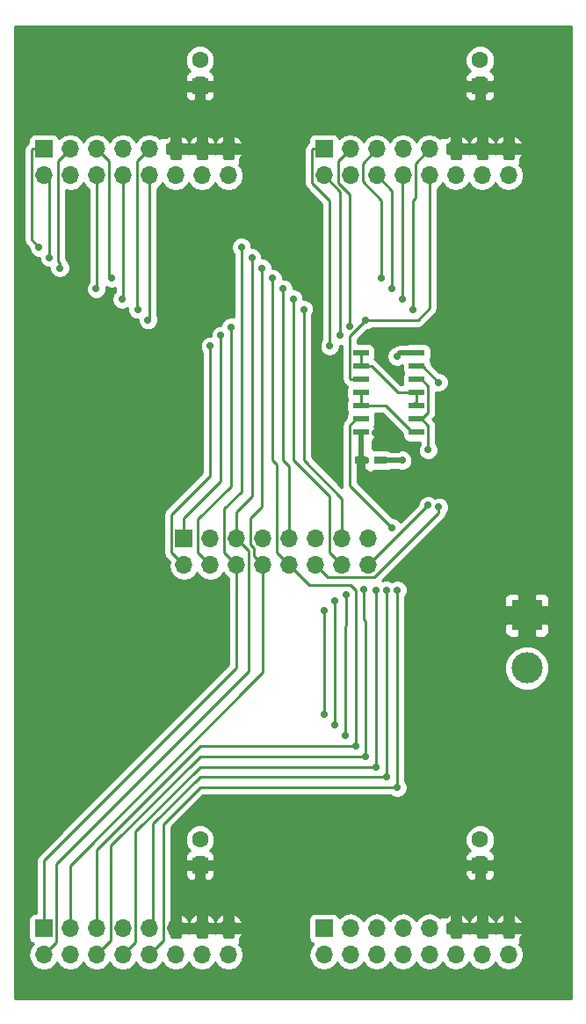
<source format=gtl>
G04 #@! TF.FileFunction,Copper,L1,Top,Signal*
%FSLAX46Y46*%
G04 Gerber Fmt 4.6, Leading zero omitted, Abs format (unit mm)*
G04 Created by KiCad (PCBNEW 4.0.7) date 03/15/18 12:31:10*
%MOMM*%
%LPD*%
G01*
G04 APERTURE LIST*
%ADD10C,0.100000*%
%ADD11R,1.700000X1.700000*%
%ADD12O,1.700000X1.700000*%
%ADD13R,3.000000X3.000000*%
%ADD14C,3.000000*%
%ADD15R,1.500000X0.600000*%
%ADD16R,1.200000X0.750000*%
%ADD17R,1.600000X1.600000*%
%ADD18C,1.600000*%
%ADD19C,0.700000*%
%ADD20C,0.500000*%
%ADD21C,0.250000*%
%ADD22C,0.254000*%
G04 APERTURE END LIST*
D10*
D11*
X101960000Y-100060000D03*
D12*
X101960000Y-102600000D03*
X104500000Y-100060000D03*
X104500000Y-102600000D03*
X107040000Y-100060000D03*
X107040000Y-102600000D03*
X109580000Y-100060000D03*
X109580000Y-102600000D03*
X112120000Y-100060000D03*
X112120000Y-102600000D03*
X114660000Y-100060000D03*
X114660000Y-102600000D03*
X117200000Y-100060000D03*
X117200000Y-102600000D03*
X119740000Y-100060000D03*
X119740000Y-102600000D03*
D13*
X135000000Y-107420000D03*
D14*
X135000000Y-112500000D03*
D11*
X115460000Y-137560000D03*
D12*
X115460000Y-140100000D03*
X118000000Y-137560000D03*
X118000000Y-140100000D03*
X120540000Y-137560000D03*
X120540000Y-140100000D03*
X123080000Y-137560000D03*
X123080000Y-140100000D03*
X125620000Y-137560000D03*
X125620000Y-140100000D03*
X128160000Y-137560000D03*
X128160000Y-140100000D03*
X130700000Y-137560000D03*
X130700000Y-140100000D03*
X133240000Y-137560000D03*
X133240000Y-140100000D03*
D11*
X88460000Y-137560000D03*
D12*
X88460000Y-140100000D03*
X91000000Y-137560000D03*
X91000000Y-140100000D03*
X93540000Y-137560000D03*
X93540000Y-140100000D03*
X96080000Y-137560000D03*
X96080000Y-140100000D03*
X98620000Y-137560000D03*
X98620000Y-140100000D03*
X101160000Y-137560000D03*
X101160000Y-140100000D03*
X103700000Y-137560000D03*
X103700000Y-140100000D03*
X106240000Y-137560000D03*
X106240000Y-140100000D03*
D11*
X115460000Y-62560000D03*
D12*
X115460000Y-65100000D03*
X118000000Y-62560000D03*
X118000000Y-65100000D03*
X120540000Y-62560000D03*
X120540000Y-65100000D03*
X123080000Y-62560000D03*
X123080000Y-65100000D03*
X125620000Y-62560000D03*
X125620000Y-65100000D03*
X128160000Y-62560000D03*
X128160000Y-65100000D03*
X130700000Y-62560000D03*
X130700000Y-65100000D03*
X133240000Y-62560000D03*
X133240000Y-65100000D03*
D11*
X88460000Y-62560000D03*
D12*
X88460000Y-65100000D03*
X91000000Y-62560000D03*
X91000000Y-65100000D03*
X93540000Y-62560000D03*
X93540000Y-65100000D03*
X96080000Y-62560000D03*
X96080000Y-65100000D03*
X98620000Y-62560000D03*
X98620000Y-65100000D03*
X101160000Y-62560000D03*
X101160000Y-65100000D03*
X103700000Y-62560000D03*
X103700000Y-65100000D03*
X106240000Y-62560000D03*
X106240000Y-65100000D03*
D15*
X124409384Y-89817896D03*
X124409384Y-88547896D03*
X124409384Y-87277896D03*
X124409384Y-86007896D03*
X124409384Y-84737896D03*
X124409384Y-83467896D03*
X124409384Y-82197896D03*
X119009384Y-82197896D03*
X119009384Y-83467896D03*
X119009384Y-84737896D03*
X119009384Y-86007896D03*
X119009384Y-87277896D03*
X119009384Y-88547896D03*
X119009384Y-89817896D03*
D16*
X119000000Y-92500000D03*
X120900000Y-92500000D03*
D17*
X103500000Y-56500000D03*
D18*
X103500000Y-54000000D03*
D17*
X130500000Y-56500000D03*
D18*
X130500000Y-54000000D03*
D17*
X103500000Y-131500000D03*
D18*
X103500000Y-129000000D03*
D17*
X130500000Y-131500000D03*
D18*
X130500000Y-129000000D03*
D19*
X122500000Y-82500000D03*
X123000000Y-92500000D03*
X115500000Y-107000000D03*
X115500000Y-117000000D03*
X116000000Y-81500000D03*
X104500000Y-81500000D03*
X116500000Y-106000000D03*
X116500000Y-118000000D03*
X117000000Y-80500000D03*
X105500000Y-80500000D03*
X117579690Y-105407777D03*
X117500000Y-119000000D03*
X117931328Y-79609538D03*
X106500000Y-79678210D03*
X118500000Y-120000000D03*
X95000000Y-75000000D03*
X121000000Y-75000000D03*
X110500000Y-75000000D03*
X119322363Y-104909622D03*
X119500000Y-121000000D03*
X93500000Y-76000000D03*
X122000000Y-76000000D03*
X111500000Y-76000000D03*
X126500000Y-85000000D03*
X126500000Y-97000000D03*
X119500000Y-79000000D03*
X98500000Y-79000000D03*
X122500000Y-124000000D03*
X122500000Y-105000000D03*
X122000000Y-99000000D03*
X88000000Y-72000000D03*
X107500000Y-72000000D03*
X89000000Y-73000000D03*
X108500000Y-73000000D03*
X90000000Y-74000000D03*
X109500000Y-74000000D03*
X121500000Y-105000000D03*
X121500000Y-123000000D03*
X97500000Y-78000000D03*
X124000000Y-78000000D03*
X113500000Y-78000000D03*
X120500000Y-105000000D03*
X120500000Y-122000000D03*
X96000000Y-77000000D03*
X123000000Y-77000000D03*
X112500000Y-77000000D03*
X125500000Y-91500000D03*
X125487585Y-96852415D03*
D20*
X124409384Y-82197896D02*
X122802104Y-82197896D01*
X122802104Y-82197896D02*
X122500000Y-82500000D01*
X120900000Y-92500000D02*
X123000000Y-92500000D01*
D21*
X115500000Y-107000000D02*
X115500000Y-117000000D01*
X116000000Y-67500000D02*
X114281799Y-65781799D01*
X114281799Y-65781799D02*
X114281799Y-62638201D01*
X114281799Y-62638201D02*
X114360000Y-62560000D01*
X114360000Y-62560000D02*
X115460000Y-62560000D01*
X116000000Y-81500000D02*
X116000000Y-67500000D01*
X104500000Y-94000000D02*
X104500000Y-81500000D01*
X100781799Y-97718201D02*
X104500000Y-94000000D01*
X101960000Y-102600000D02*
X100781799Y-101421799D01*
X100781799Y-101421799D02*
X100781799Y-97718201D01*
X115500000Y-137520000D02*
X115460000Y-137560000D01*
X116500000Y-106000000D02*
X116500000Y-118000000D01*
X117000000Y-66640000D02*
X115460000Y-65100000D01*
X117000000Y-80500000D02*
X117000000Y-66640000D01*
X105500000Y-94500000D02*
X105500000Y-80500000D01*
X101960000Y-98040000D02*
X105500000Y-94500000D01*
X101960000Y-100060000D02*
X101960000Y-98040000D01*
X115000000Y-65560000D02*
X115460000Y-65100000D01*
X117579690Y-108420310D02*
X117579690Y-105407777D01*
X117500000Y-108500000D02*
X117579690Y-108420310D01*
X117500000Y-108500000D02*
X117500000Y-119000000D01*
X117931328Y-66930392D02*
X117931328Y-79609538D01*
X116821799Y-65820863D02*
X117931328Y-66930392D01*
X118000000Y-62560000D02*
X116821799Y-63738201D01*
X116821799Y-63738201D02*
X116821799Y-65820863D01*
X103321799Y-98178201D02*
X106500000Y-95000000D01*
X106500000Y-95000000D02*
X106500000Y-79678210D01*
X103321799Y-101421799D02*
X103321799Y-98178201D01*
X104500000Y-102600000D02*
X103321799Y-101421799D01*
X117500000Y-137060000D02*
X118000000Y-137560000D01*
X104500000Y-102600000D02*
X104500000Y-103000000D01*
X118500000Y-105000000D02*
X118500000Y-120000000D01*
X118000000Y-104500000D02*
X118500000Y-105000000D01*
X114020000Y-104500000D02*
X118000000Y-104500000D01*
X112120000Y-102600000D02*
X114020000Y-104500000D01*
X118500000Y-120000000D02*
X103500000Y-120000000D01*
X103500000Y-120000000D02*
X93540000Y-129960000D01*
X93540000Y-129960000D02*
X93540000Y-137560000D01*
X94718201Y-74718201D02*
X95000000Y-75000000D01*
X93540000Y-62560000D02*
X94718201Y-63738201D01*
X94718201Y-63738201D02*
X94718201Y-74718201D01*
X119171869Y-65671869D02*
X119178201Y-65665537D01*
X119178201Y-65665537D02*
X119178201Y-63921799D01*
X119178201Y-63921799D02*
X120540000Y-62560000D01*
X121000000Y-67500000D02*
X119171869Y-65671869D01*
X121000000Y-75000000D02*
X121000000Y-67500000D01*
X110941799Y-92941799D02*
X110500000Y-92500000D01*
X110500000Y-92500000D02*
X110500000Y-75000000D01*
X112120000Y-102600000D02*
X110941799Y-101421799D01*
X110941799Y-101421799D02*
X110941799Y-92941799D01*
X93000000Y-137020000D02*
X93540000Y-137560000D01*
X112079986Y-102640014D02*
X112120000Y-102600000D01*
X120500000Y-137520000D02*
X120540000Y-137560000D01*
X120540000Y-137555474D02*
X120540000Y-137560000D01*
X119322363Y-107822363D02*
X119322363Y-104909622D01*
X119500000Y-108000000D02*
X119322363Y-107822363D01*
X119500000Y-108000000D02*
X119500000Y-121000000D01*
X119500000Y-121000000D02*
X103500000Y-121000000D01*
X103500000Y-121000000D02*
X94901799Y-129598201D01*
X94901799Y-129598201D02*
X94901799Y-138738201D01*
X94901799Y-138738201D02*
X93540000Y-140100000D01*
X93540000Y-65100000D02*
X93540000Y-75960000D01*
X93540000Y-75960000D02*
X93500000Y-76000000D01*
X122000000Y-76000000D02*
X122000000Y-66560000D01*
X122000000Y-66560000D02*
X120540000Y-65100000D01*
X112120000Y-93120000D02*
X111500000Y-92500000D01*
X111500000Y-92500000D02*
X111500000Y-76000000D01*
X112120000Y-100060000D02*
X112120000Y-93120000D01*
X94000000Y-65560000D02*
X93540000Y-65100000D01*
X120500000Y-65140000D02*
X120540000Y-65100000D01*
X126500000Y-85000000D02*
X124967896Y-83467896D01*
X124967896Y-83467896D02*
X124409384Y-83467896D01*
X126500000Y-97583738D02*
X126500000Y-97000000D01*
X124859384Y-83467896D02*
X124409384Y-83467896D01*
X114660000Y-102600000D02*
X115838201Y-103778201D01*
X115838201Y-103778201D02*
X120305537Y-103778201D01*
X120305537Y-103778201D02*
X126500000Y-97583738D01*
X124377280Y-83500000D02*
X124409384Y-83467896D01*
X124449384Y-83507896D02*
X124409384Y-83467896D01*
X124500000Y-79000000D02*
X125620000Y-77880000D01*
X119500000Y-79000000D02*
X124500000Y-79000000D01*
X117931183Y-80568817D02*
X119500000Y-79000000D01*
X117931183Y-84659695D02*
X117931183Y-80568817D01*
X98620000Y-65100000D02*
X98620000Y-78880000D01*
X98620000Y-78880000D02*
X98500000Y-79000000D01*
X125620000Y-77880000D02*
X125620000Y-65100000D01*
X119009384Y-84737896D02*
X118009384Y-84737896D01*
X118009384Y-84737896D02*
X117931183Y-84659695D01*
X118559384Y-84737896D02*
X119009384Y-84737896D01*
D20*
X119009384Y-89817896D02*
X119009384Y-92490616D01*
X119009384Y-92490616D02*
X119000000Y-92500000D01*
D21*
X103500000Y-124000000D02*
X99981799Y-127518201D01*
X99981799Y-127518201D02*
X99981799Y-138738201D01*
X99981799Y-138738201D02*
X98620000Y-140100000D01*
X122500000Y-124000000D02*
X103500000Y-124000000D01*
X122500000Y-105000000D02*
X122500000Y-124000000D01*
X118559384Y-88547896D02*
X117931183Y-89176097D01*
X117931183Y-89176097D02*
X117931183Y-94931183D01*
X117931183Y-94931183D02*
X122000000Y-99000000D01*
X118559384Y-88547896D02*
X119009384Y-88547896D01*
X118559384Y-88547896D02*
X118511488Y-88500000D01*
X107040000Y-102600000D02*
X107040000Y-112460000D01*
X107040000Y-112460000D02*
X88460000Y-131040000D01*
X88460000Y-131040000D02*
X88460000Y-137560000D01*
X88000000Y-72000000D02*
X87281799Y-71281799D01*
X87281799Y-71281799D02*
X87281799Y-62638201D01*
X87281799Y-62638201D02*
X87360000Y-62560000D01*
X87360000Y-62560000D02*
X88460000Y-62560000D01*
X107500000Y-95500000D02*
X107500000Y-72000000D01*
X105861799Y-97138201D02*
X107500000Y-95500000D01*
X107040000Y-102600000D02*
X105861799Y-101421799D01*
X105861799Y-101421799D02*
X105861799Y-97138201D01*
X88500000Y-137520000D02*
X88460000Y-137560000D01*
X88460000Y-140100000D02*
X89638201Y-138921799D01*
X89638201Y-131361799D02*
X108218201Y-112781799D01*
X89638201Y-138921799D02*
X89638201Y-131361799D01*
X108218201Y-112781799D02*
X108218201Y-101238201D01*
X108218201Y-101238201D02*
X107040000Y-100060000D01*
X89000000Y-73000000D02*
X89000000Y-65640000D01*
X89000000Y-65640000D02*
X88460000Y-65100000D01*
X108500000Y-96000000D02*
X108500000Y-73000000D01*
X107040000Y-97460000D02*
X108500000Y-96000000D01*
X107040000Y-100060000D02*
X107040000Y-97460000D01*
X88000000Y-65560000D02*
X88460000Y-65100000D01*
X88500000Y-65140000D02*
X88460000Y-65100000D01*
X109580000Y-112920000D02*
X91000000Y-131500000D01*
X91000000Y-131500000D02*
X91000000Y-137560000D01*
X109580000Y-102600000D02*
X109580000Y-112920000D01*
X90000000Y-74000000D02*
X90000000Y-73505026D01*
X90000000Y-73505026D02*
X89821799Y-73326825D01*
X89821799Y-73326825D02*
X89821799Y-63738201D01*
X89821799Y-63738201D02*
X91000000Y-62560000D01*
X109500000Y-97000000D02*
X109500000Y-74000000D01*
X108401799Y-98098201D02*
X109500000Y-97000000D01*
X109580000Y-102600000D02*
X108730001Y-101750001D01*
X108730001Y-101750001D02*
X108730001Y-100953739D01*
X108730001Y-100953739D02*
X108401799Y-100625537D01*
X108401799Y-100625537D02*
X108401799Y-98098201D01*
X90500000Y-137060000D02*
X91000000Y-137560000D01*
X121500000Y-105000000D02*
X121500000Y-123000000D01*
X121500000Y-123000000D02*
X103500000Y-123000000D01*
X103500000Y-123000000D02*
X99000000Y-127500000D01*
X99000000Y-127500000D02*
X99000000Y-137180000D01*
X99000000Y-137180000D02*
X98620000Y-137560000D01*
X98620000Y-62560000D02*
X97441799Y-63738201D01*
X97441799Y-63738201D02*
X97441799Y-77941799D01*
X97441799Y-77941799D02*
X97500000Y-78000000D01*
X124000000Y-67500000D02*
X124258201Y-67241799D01*
X124258201Y-67241799D02*
X124258201Y-63921799D01*
X124258201Y-63921799D02*
X125620000Y-62560000D01*
X124000000Y-78000000D02*
X124000000Y-67500000D01*
X117200000Y-96200000D02*
X113500000Y-92500000D01*
X113500000Y-92500000D02*
X113500000Y-78000000D01*
X117200000Y-100060000D02*
X117200000Y-96200000D01*
X120500000Y-105000000D02*
X120500000Y-122000000D01*
X120500000Y-122000000D02*
X103500000Y-122000000D01*
X103500000Y-122000000D02*
X97258201Y-128241799D01*
X97258201Y-128241799D02*
X97258201Y-138921799D01*
X97258201Y-138921799D02*
X96080000Y-140100000D01*
X96080000Y-65100000D02*
X96080000Y-76920000D01*
X96080000Y-76920000D02*
X96000000Y-77000000D01*
X123000000Y-77000000D02*
X123000000Y-65180000D01*
X123000000Y-65180000D02*
X123080000Y-65100000D01*
X116000000Y-96000000D02*
X112500000Y-92500000D01*
X112500000Y-92500000D02*
X112500000Y-77000000D01*
X116000000Y-101400000D02*
X116000000Y-96000000D01*
X117200000Y-102600000D02*
X116000000Y-101400000D01*
X96000000Y-65180000D02*
X96080000Y-65100000D01*
X125500000Y-91500000D02*
X125500000Y-89188512D01*
X125500000Y-89188512D02*
X124859384Y-88547896D01*
X124859384Y-88547896D02*
X124409384Y-88547896D01*
X125487585Y-96852415D02*
X119740000Y-102600000D01*
X124409384Y-88547896D02*
X123959384Y-88547896D01*
X124859384Y-88547896D02*
X125487585Y-87919695D01*
X125487585Y-87919695D02*
X125487585Y-85366097D01*
X125487585Y-85366097D02*
X124859384Y-84737896D01*
X124859384Y-84737896D02*
X124409384Y-84737896D01*
X124639384Y-84507896D02*
X124409384Y-84737896D01*
X124449384Y-88507896D02*
X124409384Y-88547896D01*
X124409384Y-86007896D02*
X122549384Y-86007896D01*
X122549384Y-86007896D02*
X120009384Y-83467896D01*
X120009384Y-83467896D02*
X119009384Y-83467896D01*
X124409384Y-86007896D02*
X124409384Y-87277896D01*
X124859384Y-87277896D02*
X124409384Y-87277896D01*
X124139384Y-87007896D02*
X124409384Y-87277896D01*
X119009384Y-83467896D02*
X119009384Y-82197896D01*
X123959384Y-89817896D02*
X121419384Y-87277896D01*
X124409384Y-89817896D02*
X123959384Y-89817896D01*
X121419384Y-87277896D02*
X119009384Y-87277896D01*
X119009384Y-86007896D02*
X119009384Y-87277896D01*
X119009384Y-86007896D02*
X119459384Y-86007896D01*
D22*
G36*
X139290000Y-144290000D02*
X85710000Y-144290000D01*
X85710000Y-136710000D01*
X86962560Y-136710000D01*
X86962560Y-138410000D01*
X87006838Y-138645317D01*
X87145910Y-138861441D01*
X87358110Y-139006431D01*
X87414454Y-139017841D01*
X87409946Y-139020853D01*
X87088039Y-139502622D01*
X86975000Y-140070907D01*
X86975000Y-140129093D01*
X87088039Y-140697378D01*
X87409946Y-141179147D01*
X87891715Y-141501054D01*
X88460000Y-141614093D01*
X89028285Y-141501054D01*
X89510054Y-141179147D01*
X89730000Y-140849974D01*
X89949946Y-141179147D01*
X90431715Y-141501054D01*
X91000000Y-141614093D01*
X91568285Y-141501054D01*
X92050054Y-141179147D01*
X92270000Y-140849974D01*
X92489946Y-141179147D01*
X92971715Y-141501054D01*
X93540000Y-141614093D01*
X94108285Y-141501054D01*
X94590054Y-141179147D01*
X94810000Y-140849974D01*
X95029946Y-141179147D01*
X95511715Y-141501054D01*
X96080000Y-141614093D01*
X96648285Y-141501054D01*
X97130054Y-141179147D01*
X97350000Y-140849974D01*
X97569946Y-141179147D01*
X98051715Y-141501054D01*
X98620000Y-141614093D01*
X99188285Y-141501054D01*
X99670054Y-141179147D01*
X99890000Y-140849974D01*
X100109946Y-141179147D01*
X100591715Y-141501054D01*
X101160000Y-141614093D01*
X101728285Y-141501054D01*
X102210054Y-141179147D01*
X102430000Y-140849974D01*
X102649946Y-141179147D01*
X103131715Y-141501054D01*
X103700000Y-141614093D01*
X104268285Y-141501054D01*
X104750054Y-141179147D01*
X104970000Y-140849974D01*
X105189946Y-141179147D01*
X105671715Y-141501054D01*
X106240000Y-141614093D01*
X106808285Y-141501054D01*
X107290054Y-141179147D01*
X107611961Y-140697378D01*
X107725000Y-140129093D01*
X107725000Y-140070907D01*
X107611961Y-139502622D01*
X107306188Y-139045000D01*
X107383002Y-139045000D01*
X107383002Y-138463483D01*
X107578915Y-138202361D01*
X107504168Y-137985000D01*
X106665000Y-137985000D01*
X106665000Y-138410000D01*
X105815000Y-138410000D01*
X105815000Y-137985000D01*
X104975832Y-137985000D01*
X104970000Y-138001959D01*
X104964168Y-137985000D01*
X104125000Y-137985000D01*
X104125000Y-138410000D01*
X103275000Y-138410000D01*
X103275000Y-137985000D01*
X102435832Y-137985000D01*
X102430000Y-138001959D01*
X102424168Y-137985000D01*
X101585000Y-137985000D01*
X101585000Y-138410000D01*
X100741799Y-138410000D01*
X100741799Y-136303690D01*
X101585000Y-136303690D01*
X101585000Y-137135000D01*
X102424168Y-137135000D01*
X102430000Y-137118041D01*
X102435832Y-137135000D01*
X103275000Y-137135000D01*
X103275000Y-136303690D01*
X104125000Y-136303690D01*
X104125000Y-137135000D01*
X104964168Y-137135000D01*
X104970000Y-137118041D01*
X104975832Y-137135000D01*
X105815000Y-137135000D01*
X105815000Y-136303690D01*
X106665000Y-136303690D01*
X106665000Y-137135000D01*
X107504168Y-137135000D01*
X107578915Y-136917639D01*
X107423129Y-136710000D01*
X113962560Y-136710000D01*
X113962560Y-138410000D01*
X114006838Y-138645317D01*
X114145910Y-138861441D01*
X114358110Y-139006431D01*
X114414454Y-139017841D01*
X114409946Y-139020853D01*
X114088039Y-139502622D01*
X113975000Y-140070907D01*
X113975000Y-140129093D01*
X114088039Y-140697378D01*
X114409946Y-141179147D01*
X114891715Y-141501054D01*
X115460000Y-141614093D01*
X116028285Y-141501054D01*
X116510054Y-141179147D01*
X116730000Y-140849974D01*
X116949946Y-141179147D01*
X117431715Y-141501054D01*
X118000000Y-141614093D01*
X118568285Y-141501054D01*
X119050054Y-141179147D01*
X119270000Y-140849974D01*
X119489946Y-141179147D01*
X119971715Y-141501054D01*
X120540000Y-141614093D01*
X121108285Y-141501054D01*
X121590054Y-141179147D01*
X121810000Y-140849974D01*
X122029946Y-141179147D01*
X122511715Y-141501054D01*
X123080000Y-141614093D01*
X123648285Y-141501054D01*
X124130054Y-141179147D01*
X124350000Y-140849974D01*
X124569946Y-141179147D01*
X125051715Y-141501054D01*
X125620000Y-141614093D01*
X126188285Y-141501054D01*
X126670054Y-141179147D01*
X126890000Y-140849974D01*
X127109946Y-141179147D01*
X127591715Y-141501054D01*
X128160000Y-141614093D01*
X128728285Y-141501054D01*
X129210054Y-141179147D01*
X129430000Y-140849974D01*
X129649946Y-141179147D01*
X130131715Y-141501054D01*
X130700000Y-141614093D01*
X131268285Y-141501054D01*
X131750054Y-141179147D01*
X131970000Y-140849974D01*
X132189946Y-141179147D01*
X132671715Y-141501054D01*
X133240000Y-141614093D01*
X133808285Y-141501054D01*
X134290054Y-141179147D01*
X134611961Y-140697378D01*
X134725000Y-140129093D01*
X134725000Y-140070907D01*
X134611961Y-139502622D01*
X134306188Y-139045000D01*
X134383002Y-139045000D01*
X134383002Y-138463483D01*
X134578915Y-138202361D01*
X134504168Y-137985000D01*
X133665000Y-137985000D01*
X133665000Y-138410000D01*
X132815000Y-138410000D01*
X132815000Y-137985000D01*
X131975832Y-137985000D01*
X131970000Y-138001959D01*
X131964168Y-137985000D01*
X131125000Y-137985000D01*
X131125000Y-138410000D01*
X130275000Y-138410000D01*
X130275000Y-137985000D01*
X129435832Y-137985000D01*
X129430000Y-138001959D01*
X129424168Y-137985000D01*
X128585000Y-137985000D01*
X128585000Y-138410000D01*
X127735000Y-138410000D01*
X127735000Y-137985000D01*
X127310000Y-137985000D01*
X127310000Y-137135000D01*
X127735000Y-137135000D01*
X127735000Y-136303690D01*
X128585000Y-136303690D01*
X128585000Y-137135000D01*
X129424168Y-137135000D01*
X129430000Y-137118041D01*
X129435832Y-137135000D01*
X130275000Y-137135000D01*
X130275000Y-136303690D01*
X131125000Y-136303690D01*
X131125000Y-137135000D01*
X131964168Y-137135000D01*
X131970000Y-137118041D01*
X131975832Y-137135000D01*
X132815000Y-137135000D01*
X132815000Y-136303690D01*
X133665000Y-136303690D01*
X133665000Y-137135000D01*
X134504168Y-137135000D01*
X134578915Y-136917639D01*
X134231175Y-136454155D01*
X133882356Y-136221119D01*
X133665000Y-136303690D01*
X132815000Y-136303690D01*
X132597644Y-136221119D01*
X132248825Y-136454155D01*
X131970000Y-136825786D01*
X131691175Y-136454155D01*
X131342356Y-136221119D01*
X131125000Y-136303690D01*
X130275000Y-136303690D01*
X130057644Y-136221119D01*
X129708825Y-136454155D01*
X129430000Y-136825786D01*
X129151175Y-136454155D01*
X128802356Y-136221119D01*
X128585000Y-136303690D01*
X127735000Y-136303690D01*
X127517644Y-136221119D01*
X127224443Y-136416998D01*
X126675000Y-136416998D01*
X126675000Y-136488255D01*
X126670054Y-136480853D01*
X126188285Y-136158946D01*
X125620000Y-136045907D01*
X125051715Y-136158946D01*
X124569946Y-136480853D01*
X124350000Y-136810026D01*
X124130054Y-136480853D01*
X123648285Y-136158946D01*
X123080000Y-136045907D01*
X122511715Y-136158946D01*
X122029946Y-136480853D01*
X121810000Y-136810026D01*
X121590054Y-136480853D01*
X121108285Y-136158946D01*
X120540000Y-136045907D01*
X119971715Y-136158946D01*
X119489946Y-136480853D01*
X119270000Y-136810026D01*
X119050054Y-136480853D01*
X118568285Y-136158946D01*
X118000000Y-136045907D01*
X117431715Y-136158946D01*
X116949946Y-136480853D01*
X116922150Y-136522452D01*
X116913162Y-136474683D01*
X116774090Y-136258559D01*
X116561890Y-136113569D01*
X116310000Y-136062560D01*
X114610000Y-136062560D01*
X114374683Y-136106838D01*
X114158559Y-136245910D01*
X114013569Y-136458110D01*
X113962560Y-136710000D01*
X107423129Y-136710000D01*
X107231175Y-136454155D01*
X106882356Y-136221119D01*
X106665000Y-136303690D01*
X105815000Y-136303690D01*
X105597644Y-136221119D01*
X105248825Y-136454155D01*
X104970000Y-136825786D01*
X104691175Y-136454155D01*
X104342356Y-136221119D01*
X104125000Y-136303690D01*
X103275000Y-136303690D01*
X103057644Y-136221119D01*
X102708825Y-136454155D01*
X102430000Y-136825786D01*
X102151175Y-136454155D01*
X101802356Y-136221119D01*
X101585000Y-136303690D01*
X100741799Y-136303690D01*
X100741799Y-132058750D01*
X102065000Y-132058750D01*
X102065000Y-132426309D01*
X102161673Y-132659698D01*
X102340301Y-132838327D01*
X102573690Y-132935000D01*
X102941250Y-132935000D01*
X103100000Y-132776250D01*
X103100000Y-131900000D01*
X103900000Y-131900000D01*
X103900000Y-132776250D01*
X104058750Y-132935000D01*
X104426310Y-132935000D01*
X104659699Y-132838327D01*
X104838327Y-132659698D01*
X104935000Y-132426309D01*
X104935000Y-132058750D01*
X129065000Y-132058750D01*
X129065000Y-132426309D01*
X129161673Y-132659698D01*
X129340301Y-132838327D01*
X129573690Y-132935000D01*
X129941250Y-132935000D01*
X130100000Y-132776250D01*
X130100000Y-131900000D01*
X130900000Y-131900000D01*
X130900000Y-132776250D01*
X131058750Y-132935000D01*
X131426310Y-132935000D01*
X131659699Y-132838327D01*
X131838327Y-132659698D01*
X131935000Y-132426309D01*
X131935000Y-132058750D01*
X131776250Y-131900000D01*
X130900000Y-131900000D01*
X130100000Y-131900000D01*
X129223750Y-131900000D01*
X129065000Y-132058750D01*
X104935000Y-132058750D01*
X104776250Y-131900000D01*
X103900000Y-131900000D01*
X103100000Y-131900000D01*
X102223750Y-131900000D01*
X102065000Y-132058750D01*
X100741799Y-132058750D01*
X100741799Y-129284187D01*
X102064752Y-129284187D01*
X102282757Y-129811800D01*
X102535516Y-130065000D01*
X102356998Y-130065000D01*
X102356998Y-130154757D01*
X102340301Y-130161673D01*
X102161673Y-130340302D01*
X102065000Y-130573691D01*
X102065000Y-130941250D01*
X102223750Y-131100000D01*
X103100000Y-131100000D01*
X103100000Y-130700000D01*
X103900000Y-130700000D01*
X103900000Y-131100000D01*
X104776250Y-131100000D01*
X104935000Y-130941250D01*
X104935000Y-130573691D01*
X104838327Y-130340302D01*
X104659699Y-130161673D01*
X104643002Y-130154757D01*
X104643002Y-130065000D01*
X104464308Y-130065000D01*
X104715824Y-129813923D01*
X104934750Y-129286691D01*
X104934752Y-129284187D01*
X129064752Y-129284187D01*
X129282757Y-129811800D01*
X129535516Y-130065000D01*
X129356998Y-130065000D01*
X129356998Y-130154757D01*
X129340301Y-130161673D01*
X129161673Y-130340302D01*
X129065000Y-130573691D01*
X129065000Y-130941250D01*
X129223750Y-131100000D01*
X130100000Y-131100000D01*
X130100000Y-130700000D01*
X130900000Y-130700000D01*
X130900000Y-131100000D01*
X131776250Y-131100000D01*
X131935000Y-130941250D01*
X131935000Y-130573691D01*
X131838327Y-130340302D01*
X131659699Y-130161673D01*
X131643002Y-130154757D01*
X131643002Y-130065000D01*
X131464308Y-130065000D01*
X131715824Y-129813923D01*
X131934750Y-129286691D01*
X131935248Y-128715813D01*
X131717243Y-128188200D01*
X131313923Y-127784176D01*
X130786691Y-127565250D01*
X130215813Y-127564752D01*
X129688200Y-127782757D01*
X129284176Y-128186077D01*
X129065250Y-128713309D01*
X129064752Y-129284187D01*
X104934752Y-129284187D01*
X104935248Y-128715813D01*
X104717243Y-128188200D01*
X104313923Y-127784176D01*
X103786691Y-127565250D01*
X103215813Y-127564752D01*
X102688200Y-127782757D01*
X102284176Y-128186077D01*
X102065250Y-128713309D01*
X102064752Y-129284187D01*
X100741799Y-129284187D01*
X100741799Y-127833003D01*
X103814802Y-124760000D01*
X121866889Y-124760000D01*
X121941314Y-124834555D01*
X122303212Y-124984828D01*
X122695069Y-124985170D01*
X123057229Y-124835529D01*
X123334555Y-124558686D01*
X123484828Y-124196788D01*
X123485170Y-123804931D01*
X123335529Y-123442771D01*
X123260000Y-123367110D01*
X123260000Y-112922815D01*
X132864630Y-112922815D01*
X133188980Y-113707800D01*
X133789041Y-114308909D01*
X134573459Y-114634628D01*
X135422815Y-114635370D01*
X136207800Y-114311020D01*
X136808909Y-113710959D01*
X137134628Y-112926541D01*
X137135370Y-112077185D01*
X136811020Y-111292200D01*
X136210959Y-110691091D01*
X135426541Y-110365372D01*
X134577185Y-110364630D01*
X133792200Y-110688980D01*
X133191091Y-111289041D01*
X132865372Y-112073459D01*
X132864630Y-112922815D01*
X123260000Y-112922815D01*
X123260000Y-108328750D01*
X132865000Y-108328750D01*
X132865000Y-109046309D01*
X132961673Y-109279698D01*
X133140301Y-109458327D01*
X133373690Y-109555000D01*
X134091250Y-109555000D01*
X134250000Y-109396250D01*
X134250000Y-108170000D01*
X135750000Y-108170000D01*
X135750000Y-109396250D01*
X135908750Y-109555000D01*
X136626310Y-109555000D01*
X136859699Y-109458327D01*
X137038327Y-109279698D01*
X137135000Y-109046309D01*
X137135000Y-108328750D01*
X136976250Y-108170000D01*
X135750000Y-108170000D01*
X134250000Y-108170000D01*
X133023750Y-108170000D01*
X132865000Y-108328750D01*
X123260000Y-108328750D01*
X123260000Y-105793691D01*
X132865000Y-105793691D01*
X132865000Y-106511250D01*
X133023750Y-106670000D01*
X134250000Y-106670000D01*
X134250000Y-105443750D01*
X135750000Y-105443750D01*
X135750000Y-106670000D01*
X136976250Y-106670000D01*
X137135000Y-106511250D01*
X137135000Y-105793691D01*
X137038327Y-105560302D01*
X136859699Y-105381673D01*
X136626310Y-105285000D01*
X135908750Y-105285000D01*
X135750000Y-105443750D01*
X134250000Y-105443750D01*
X134091250Y-105285000D01*
X133373690Y-105285000D01*
X133140301Y-105381673D01*
X132961673Y-105560302D01*
X132865000Y-105793691D01*
X123260000Y-105793691D01*
X123260000Y-105633111D01*
X123334555Y-105558686D01*
X123484828Y-105196788D01*
X123485170Y-104804931D01*
X123335529Y-104442771D01*
X123058686Y-104165445D01*
X122696788Y-104015172D01*
X122304931Y-104014830D01*
X121999696Y-104140950D01*
X121696788Y-104015172D01*
X121304931Y-104014830D01*
X121030189Y-104128351D01*
X127037401Y-98121139D01*
X127202148Y-97874577D01*
X127247746Y-97645344D01*
X127334555Y-97558686D01*
X127484828Y-97196788D01*
X127485170Y-96804931D01*
X127335529Y-96442771D01*
X127058686Y-96165445D01*
X126696788Y-96015172D01*
X126304931Y-96014830D01*
X126119664Y-96091381D01*
X126046271Y-96017860D01*
X125684373Y-95867587D01*
X125292516Y-95867245D01*
X124930356Y-96016886D01*
X124653030Y-96293729D01*
X124502757Y-96655627D01*
X124502664Y-96762534D01*
X122828984Y-98436214D01*
X122558686Y-98165445D01*
X122196788Y-98015172D01*
X122089881Y-98015079D01*
X118691183Y-94616381D01*
X118691183Y-93360067D01*
X118700000Y-93351250D01*
X118700000Y-92687500D01*
X118691183Y-92687500D01*
X118691183Y-92312500D01*
X118700000Y-92312500D01*
X118700000Y-92127000D01*
X119300000Y-92127000D01*
X119300000Y-92312500D01*
X119600000Y-92312500D01*
X119600000Y-92687500D01*
X119300000Y-92687500D01*
X119300000Y-93351250D01*
X119458750Y-93510000D01*
X119600000Y-93510000D01*
X119600000Y-93643002D01*
X120235000Y-93643002D01*
X120235000Y-93509277D01*
X120300000Y-93522440D01*
X121500000Y-93522440D01*
X121735317Y-93478162D01*
X121880095Y-93385000D01*
X122562799Y-93385000D01*
X122803212Y-93484828D01*
X123195069Y-93485170D01*
X123557229Y-93335529D01*
X123834555Y-93058686D01*
X123984828Y-92696788D01*
X123985170Y-92304931D01*
X123835529Y-91942771D01*
X123558686Y-91665445D01*
X123196788Y-91515172D01*
X122804931Y-91514830D01*
X122562500Y-91615000D01*
X121878386Y-91615000D01*
X121751890Y-91528569D01*
X121500000Y-91477560D01*
X120300000Y-91477560D01*
X120235000Y-91489791D01*
X120235000Y-91356998D01*
X120127000Y-91356998D01*
X120127000Y-90752896D01*
X120152386Y-90752896D01*
X120152386Y-90622919D01*
X120297711Y-90477595D01*
X120394384Y-90244206D01*
X120394384Y-90126646D01*
X120235634Y-89967896D01*
X120127000Y-89967896D01*
X120127000Y-89667896D01*
X120235634Y-89667896D01*
X120394384Y-89509146D01*
X120394384Y-89391586D01*
X120304578Y-89174774D01*
X120355815Y-89099786D01*
X120406824Y-88847896D01*
X120406824Y-88247896D01*
X120367310Y-88037896D01*
X121104582Y-88037896D01*
X123011944Y-89945258D01*
X123011944Y-90117896D01*
X123056222Y-90353213D01*
X123195294Y-90569337D01*
X123407494Y-90714327D01*
X123659384Y-90765336D01*
X124740000Y-90765336D01*
X124740000Y-90866889D01*
X124665445Y-90941314D01*
X124515172Y-91303212D01*
X124514830Y-91695069D01*
X124664471Y-92057229D01*
X124941314Y-92334555D01*
X125303212Y-92484828D01*
X125695069Y-92485170D01*
X126057229Y-92335529D01*
X126334555Y-92058686D01*
X126484828Y-91696788D01*
X126485170Y-91304931D01*
X126335529Y-90942771D01*
X126260000Y-90867110D01*
X126260000Y-89188512D01*
X126202148Y-88897673D01*
X126037401Y-88651111D01*
X125934186Y-88547896D01*
X126024986Y-88457096D01*
X126189733Y-88210535D01*
X126247585Y-87919695D01*
X126247585Y-85961730D01*
X126303212Y-85984828D01*
X126695069Y-85985170D01*
X127057229Y-85835529D01*
X127334555Y-85558686D01*
X127484828Y-85196788D01*
X127485170Y-84804931D01*
X127335529Y-84442771D01*
X127058686Y-84165445D01*
X126696788Y-84015172D01*
X126589881Y-84015079D01*
X125806824Y-83232022D01*
X125806824Y-83167896D01*
X125762546Y-82932579D01*
X125698706Y-82833368D01*
X125755815Y-82749786D01*
X125806824Y-82497896D01*
X125806824Y-81897896D01*
X125762546Y-81662579D01*
X125623474Y-81446455D01*
X125411274Y-81301465D01*
X125159384Y-81250456D01*
X123659384Y-81250456D01*
X123424067Y-81294734D01*
X123395842Y-81312896D01*
X122802109Y-81312896D01*
X122802104Y-81312895D01*
X122463430Y-81380262D01*
X122463428Y-81380263D01*
X122463429Y-81380263D01*
X122192522Y-81561276D01*
X121942771Y-81664471D01*
X121665445Y-81941314D01*
X121515172Y-82303212D01*
X121514830Y-82695069D01*
X121664471Y-83057229D01*
X121941314Y-83334555D01*
X122303212Y-83484828D01*
X122695069Y-83485170D01*
X123011944Y-83354240D01*
X123011944Y-83767896D01*
X123056222Y-84003213D01*
X123120062Y-84102424D01*
X123062953Y-84186006D01*
X123011944Y-84437896D01*
X123011944Y-85037896D01*
X123051458Y-85247896D01*
X122864186Y-85247896D01*
X120546785Y-82930495D01*
X120330902Y-82786247D01*
X120355815Y-82749786D01*
X120406824Y-82497896D01*
X120406824Y-81897896D01*
X120362546Y-81662579D01*
X120223474Y-81446455D01*
X120011274Y-81301465D01*
X119759384Y-81250456D01*
X118691183Y-81250456D01*
X118691183Y-80883619D01*
X119589724Y-79985078D01*
X119695069Y-79985170D01*
X120057229Y-79835529D01*
X120132890Y-79760000D01*
X124500000Y-79760000D01*
X124790839Y-79702148D01*
X125037401Y-79537401D01*
X126157401Y-78417401D01*
X126322148Y-78170840D01*
X126380000Y-77880000D01*
X126380000Y-66372954D01*
X126670054Y-66179147D01*
X126890000Y-65849974D01*
X127109946Y-66179147D01*
X127591715Y-66501054D01*
X128160000Y-66614093D01*
X128728285Y-66501054D01*
X129210054Y-66179147D01*
X129430000Y-65849974D01*
X129649946Y-66179147D01*
X130131715Y-66501054D01*
X130700000Y-66614093D01*
X131268285Y-66501054D01*
X131750054Y-66179147D01*
X131970000Y-65849974D01*
X132189946Y-66179147D01*
X132671715Y-66501054D01*
X133240000Y-66614093D01*
X133808285Y-66501054D01*
X134290054Y-66179147D01*
X134611961Y-65697378D01*
X134725000Y-65129093D01*
X134725000Y-65070907D01*
X134611961Y-64502622D01*
X134306188Y-64045000D01*
X134383002Y-64045000D01*
X134383002Y-63463483D01*
X134578915Y-63202361D01*
X134504168Y-62985000D01*
X133665000Y-62985000D01*
X133665000Y-63410000D01*
X132815000Y-63410000D01*
X132815000Y-62985000D01*
X131975832Y-62985000D01*
X131970000Y-63001959D01*
X131964168Y-62985000D01*
X131125000Y-62985000D01*
X131125000Y-63410000D01*
X130275000Y-63410000D01*
X130275000Y-62985000D01*
X129435832Y-62985000D01*
X129430000Y-63001959D01*
X129424168Y-62985000D01*
X128585000Y-62985000D01*
X128585000Y-63410000D01*
X127735000Y-63410000D01*
X127735000Y-62985000D01*
X127310000Y-62985000D01*
X127310000Y-62135000D01*
X127735000Y-62135000D01*
X127735000Y-61303690D01*
X128585000Y-61303690D01*
X128585000Y-62135000D01*
X129424168Y-62135000D01*
X129430000Y-62118041D01*
X129435832Y-62135000D01*
X130275000Y-62135000D01*
X130275000Y-61303690D01*
X131125000Y-61303690D01*
X131125000Y-62135000D01*
X131964168Y-62135000D01*
X131970000Y-62118041D01*
X131975832Y-62135000D01*
X132815000Y-62135000D01*
X132815000Y-61303690D01*
X133665000Y-61303690D01*
X133665000Y-62135000D01*
X134504168Y-62135000D01*
X134578915Y-61917639D01*
X134231175Y-61454155D01*
X133882356Y-61221119D01*
X133665000Y-61303690D01*
X132815000Y-61303690D01*
X132597644Y-61221119D01*
X132248825Y-61454155D01*
X131970000Y-61825786D01*
X131691175Y-61454155D01*
X131342356Y-61221119D01*
X131125000Y-61303690D01*
X130275000Y-61303690D01*
X130057644Y-61221119D01*
X129708825Y-61454155D01*
X129430000Y-61825786D01*
X129151175Y-61454155D01*
X128802356Y-61221119D01*
X128585000Y-61303690D01*
X127735000Y-61303690D01*
X127517644Y-61221119D01*
X127224443Y-61416998D01*
X126675000Y-61416998D01*
X126675000Y-61488255D01*
X126670054Y-61480853D01*
X126188285Y-61158946D01*
X125620000Y-61045907D01*
X125051715Y-61158946D01*
X124569946Y-61480853D01*
X124350000Y-61810026D01*
X124130054Y-61480853D01*
X123648285Y-61158946D01*
X123080000Y-61045907D01*
X122511715Y-61158946D01*
X122029946Y-61480853D01*
X121810000Y-61810026D01*
X121590054Y-61480853D01*
X121108285Y-61158946D01*
X120540000Y-61045907D01*
X119971715Y-61158946D01*
X119489946Y-61480853D01*
X119270000Y-61810026D01*
X119050054Y-61480853D01*
X118568285Y-61158946D01*
X118000000Y-61045907D01*
X117431715Y-61158946D01*
X116949946Y-61480853D01*
X116922150Y-61522452D01*
X116913162Y-61474683D01*
X116774090Y-61258559D01*
X116561890Y-61113569D01*
X116310000Y-61062560D01*
X114610000Y-61062560D01*
X114374683Y-61106838D01*
X114158559Y-61245910D01*
X114013569Y-61458110D01*
X113962560Y-61710000D01*
X113962560Y-61929080D01*
X113822599Y-62022599D01*
X113744398Y-62100800D01*
X113579651Y-62347362D01*
X113521799Y-62638201D01*
X113521799Y-65781799D01*
X113579651Y-66072638D01*
X113744398Y-66319200D01*
X115240000Y-67814802D01*
X115240000Y-80866889D01*
X115165445Y-80941314D01*
X115015172Y-81303212D01*
X115014830Y-81695069D01*
X115164471Y-82057229D01*
X115441314Y-82334555D01*
X115803212Y-82484828D01*
X116195069Y-82485170D01*
X116557229Y-82335529D01*
X116834555Y-82058686D01*
X116984828Y-81696788D01*
X116985013Y-81484987D01*
X117171183Y-81485149D01*
X117171183Y-84659695D01*
X117229035Y-84950534D01*
X117393782Y-85197096D01*
X117471983Y-85275297D01*
X117687866Y-85419545D01*
X117662953Y-85456006D01*
X117611944Y-85707896D01*
X117611944Y-86307896D01*
X117656222Y-86543213D01*
X117720062Y-86642424D01*
X117662953Y-86726006D01*
X117611944Y-86977896D01*
X117611944Y-87577896D01*
X117656222Y-87813213D01*
X117720062Y-87912424D01*
X117662953Y-87996006D01*
X117611944Y-88247896D01*
X117611944Y-88420534D01*
X117393782Y-88638696D01*
X117229035Y-88885258D01*
X117171183Y-89176097D01*
X117171183Y-94931183D01*
X117212203Y-95137401D01*
X114260000Y-92185198D01*
X114260000Y-78633111D01*
X114334555Y-78558686D01*
X114484828Y-78196788D01*
X114485170Y-77804931D01*
X114335529Y-77442771D01*
X114058686Y-77165445D01*
X113696788Y-77015172D01*
X113484987Y-77014987D01*
X113485170Y-76804931D01*
X113335529Y-76442771D01*
X113058686Y-76165445D01*
X112696788Y-76015172D01*
X112484987Y-76014987D01*
X112485170Y-75804931D01*
X112335529Y-75442771D01*
X112058686Y-75165445D01*
X111696788Y-75015172D01*
X111484987Y-75014987D01*
X111485170Y-74804931D01*
X111335529Y-74442771D01*
X111058686Y-74165445D01*
X110696788Y-74015172D01*
X110484987Y-74014987D01*
X110485170Y-73804931D01*
X110335529Y-73442771D01*
X110058686Y-73165445D01*
X109696788Y-73015172D01*
X109484987Y-73014987D01*
X109485170Y-72804931D01*
X109335529Y-72442771D01*
X109058686Y-72165445D01*
X108696788Y-72015172D01*
X108484987Y-72014987D01*
X108485170Y-71804931D01*
X108335529Y-71442771D01*
X108058686Y-71165445D01*
X107696788Y-71015172D01*
X107304931Y-71014830D01*
X106942771Y-71164471D01*
X106665445Y-71441314D01*
X106515172Y-71803212D01*
X106514830Y-72195069D01*
X106664471Y-72557229D01*
X106740000Y-72632890D01*
X106740000Y-78711325D01*
X106696788Y-78693382D01*
X106304931Y-78693040D01*
X105942771Y-78842681D01*
X105665445Y-79119524D01*
X105515172Y-79481422D01*
X105515143Y-79515013D01*
X105304931Y-79514830D01*
X104942771Y-79664471D01*
X104665445Y-79941314D01*
X104515172Y-80303212D01*
X104514987Y-80515013D01*
X104304931Y-80514830D01*
X103942771Y-80664471D01*
X103665445Y-80941314D01*
X103515172Y-81303212D01*
X103514830Y-81695069D01*
X103664471Y-82057229D01*
X103740000Y-82132890D01*
X103740000Y-93685198D01*
X100244398Y-97180800D01*
X100079651Y-97427362D01*
X100021799Y-97718201D01*
X100021799Y-101421799D01*
X100079651Y-101712638D01*
X100244398Y-101959200D01*
X100538229Y-102253031D01*
X100475000Y-102570907D01*
X100475000Y-102629093D01*
X100588039Y-103197378D01*
X100909946Y-103679147D01*
X101391715Y-104001054D01*
X101960000Y-104114093D01*
X102528285Y-104001054D01*
X103010054Y-103679147D01*
X103230000Y-103349974D01*
X103449946Y-103679147D01*
X103931715Y-104001054D01*
X104500000Y-104114093D01*
X105068285Y-104001054D01*
X105550054Y-103679147D01*
X105770000Y-103349974D01*
X105989946Y-103679147D01*
X106280000Y-103872954D01*
X106280000Y-112145198D01*
X87922599Y-130502599D01*
X87757852Y-130749161D01*
X87700000Y-131040000D01*
X87700000Y-136062560D01*
X87610000Y-136062560D01*
X87374683Y-136106838D01*
X87158559Y-136245910D01*
X87013569Y-136458110D01*
X86962560Y-136710000D01*
X85710000Y-136710000D01*
X85710000Y-62638201D01*
X86521799Y-62638201D01*
X86521799Y-71281799D01*
X86579651Y-71572638D01*
X86744398Y-71819200D01*
X87014922Y-72089724D01*
X87014830Y-72195069D01*
X87164471Y-72557229D01*
X87441314Y-72834555D01*
X87803212Y-72984828D01*
X88015013Y-72985013D01*
X88014830Y-73195069D01*
X88164471Y-73557229D01*
X88441314Y-73834555D01*
X88803212Y-73984828D01*
X89015013Y-73985013D01*
X89014830Y-74195069D01*
X89164471Y-74557229D01*
X89441314Y-74834555D01*
X89803212Y-74984828D01*
X90195069Y-74985170D01*
X90557229Y-74835529D01*
X90834555Y-74558686D01*
X90984828Y-74196788D01*
X90985170Y-73804931D01*
X90835529Y-73442771D01*
X90725740Y-73332790D01*
X90702148Y-73214187D01*
X90702148Y-73214186D01*
X90581799Y-73034071D01*
X90581799Y-66530908D01*
X91000000Y-66614093D01*
X91568285Y-66501054D01*
X92050054Y-66179147D01*
X92270000Y-65849974D01*
X92489946Y-66179147D01*
X92780000Y-66372954D01*
X92780000Y-75326959D01*
X92665445Y-75441314D01*
X92515172Y-75803212D01*
X92514830Y-76195069D01*
X92664471Y-76557229D01*
X92941314Y-76834555D01*
X93303212Y-76984828D01*
X93695069Y-76985170D01*
X94057229Y-76835529D01*
X94334555Y-76558686D01*
X94484828Y-76196788D01*
X94485128Y-75852748D01*
X94803212Y-75984828D01*
X95195069Y-75985170D01*
X95320000Y-75933550D01*
X95320000Y-76287028D01*
X95165445Y-76441314D01*
X95015172Y-76803212D01*
X95014830Y-77195069D01*
X95164471Y-77557229D01*
X95441314Y-77834555D01*
X95803212Y-77984828D01*
X96195069Y-77985170D01*
X96515129Y-77852924D01*
X96514830Y-78195069D01*
X96664471Y-78557229D01*
X96941314Y-78834555D01*
X97303212Y-78984828D01*
X97515013Y-78985013D01*
X97514830Y-79195069D01*
X97664471Y-79557229D01*
X97941314Y-79834555D01*
X98303212Y-79984828D01*
X98695069Y-79985170D01*
X99057229Y-79835529D01*
X99334555Y-79558686D01*
X99484828Y-79196788D01*
X99485170Y-78804931D01*
X99380000Y-78550399D01*
X99380000Y-66372954D01*
X99670054Y-66179147D01*
X99890000Y-65849974D01*
X100109946Y-66179147D01*
X100591715Y-66501054D01*
X101160000Y-66614093D01*
X101728285Y-66501054D01*
X102210054Y-66179147D01*
X102430000Y-65849974D01*
X102649946Y-66179147D01*
X103131715Y-66501054D01*
X103700000Y-66614093D01*
X104268285Y-66501054D01*
X104750054Y-66179147D01*
X104970000Y-65849974D01*
X105189946Y-66179147D01*
X105671715Y-66501054D01*
X106240000Y-66614093D01*
X106808285Y-66501054D01*
X107290054Y-66179147D01*
X107611961Y-65697378D01*
X107725000Y-65129093D01*
X107725000Y-65070907D01*
X107611961Y-64502622D01*
X107306188Y-64045000D01*
X107383002Y-64045000D01*
X107383002Y-63463483D01*
X107578915Y-63202361D01*
X107504168Y-62985000D01*
X106665000Y-62985000D01*
X106665000Y-63410000D01*
X105815000Y-63410000D01*
X105815000Y-62985000D01*
X104975832Y-62985000D01*
X104970000Y-63001959D01*
X104964168Y-62985000D01*
X104125000Y-62985000D01*
X104125000Y-63410000D01*
X103275000Y-63410000D01*
X103275000Y-62985000D01*
X102435832Y-62985000D01*
X102430000Y-63001959D01*
X102424168Y-62985000D01*
X101585000Y-62985000D01*
X101585000Y-63410000D01*
X100735000Y-63410000D01*
X100735000Y-62985000D01*
X100310000Y-62985000D01*
X100310000Y-62135000D01*
X100735000Y-62135000D01*
X100735000Y-61303690D01*
X101585000Y-61303690D01*
X101585000Y-62135000D01*
X102424168Y-62135000D01*
X102430000Y-62118041D01*
X102435832Y-62135000D01*
X103275000Y-62135000D01*
X103275000Y-61303690D01*
X104125000Y-61303690D01*
X104125000Y-62135000D01*
X104964168Y-62135000D01*
X104970000Y-62118041D01*
X104975832Y-62135000D01*
X105815000Y-62135000D01*
X105815000Y-61303690D01*
X106665000Y-61303690D01*
X106665000Y-62135000D01*
X107504168Y-62135000D01*
X107578915Y-61917639D01*
X107231175Y-61454155D01*
X106882356Y-61221119D01*
X106665000Y-61303690D01*
X105815000Y-61303690D01*
X105597644Y-61221119D01*
X105248825Y-61454155D01*
X104970000Y-61825786D01*
X104691175Y-61454155D01*
X104342356Y-61221119D01*
X104125000Y-61303690D01*
X103275000Y-61303690D01*
X103057644Y-61221119D01*
X102708825Y-61454155D01*
X102430000Y-61825786D01*
X102151175Y-61454155D01*
X101802356Y-61221119D01*
X101585000Y-61303690D01*
X100735000Y-61303690D01*
X100517644Y-61221119D01*
X100224443Y-61416998D01*
X99675000Y-61416998D01*
X99675000Y-61488255D01*
X99670054Y-61480853D01*
X99188285Y-61158946D01*
X98620000Y-61045907D01*
X98051715Y-61158946D01*
X97569946Y-61480853D01*
X97350000Y-61810026D01*
X97130054Y-61480853D01*
X96648285Y-61158946D01*
X96080000Y-61045907D01*
X95511715Y-61158946D01*
X95029946Y-61480853D01*
X94810000Y-61810026D01*
X94590054Y-61480853D01*
X94108285Y-61158946D01*
X93540000Y-61045907D01*
X92971715Y-61158946D01*
X92489946Y-61480853D01*
X92270000Y-61810026D01*
X92050054Y-61480853D01*
X91568285Y-61158946D01*
X91000000Y-61045907D01*
X90431715Y-61158946D01*
X89949946Y-61480853D01*
X89922150Y-61522452D01*
X89913162Y-61474683D01*
X89774090Y-61258559D01*
X89561890Y-61113569D01*
X89310000Y-61062560D01*
X87610000Y-61062560D01*
X87374683Y-61106838D01*
X87158559Y-61245910D01*
X87013569Y-61458110D01*
X86962560Y-61710000D01*
X86962560Y-61929080D01*
X86822599Y-62022599D01*
X86744398Y-62100800D01*
X86579651Y-62347362D01*
X86521799Y-62638201D01*
X85710000Y-62638201D01*
X85710000Y-57058750D01*
X102065000Y-57058750D01*
X102065000Y-57426309D01*
X102161673Y-57659698D01*
X102340301Y-57838327D01*
X102573690Y-57935000D01*
X102941250Y-57935000D01*
X103100000Y-57776250D01*
X103100000Y-56900000D01*
X103900000Y-56900000D01*
X103900000Y-57776250D01*
X104058750Y-57935000D01*
X104426310Y-57935000D01*
X104659699Y-57838327D01*
X104838327Y-57659698D01*
X104935000Y-57426309D01*
X104935000Y-57058750D01*
X129065000Y-57058750D01*
X129065000Y-57426309D01*
X129161673Y-57659698D01*
X129340301Y-57838327D01*
X129573690Y-57935000D01*
X129941250Y-57935000D01*
X130100000Y-57776250D01*
X130100000Y-56900000D01*
X130900000Y-56900000D01*
X130900000Y-57776250D01*
X131058750Y-57935000D01*
X131426310Y-57935000D01*
X131659699Y-57838327D01*
X131838327Y-57659698D01*
X131935000Y-57426309D01*
X131935000Y-57058750D01*
X131776250Y-56900000D01*
X130900000Y-56900000D01*
X130100000Y-56900000D01*
X129223750Y-56900000D01*
X129065000Y-57058750D01*
X104935000Y-57058750D01*
X104776250Y-56900000D01*
X103900000Y-56900000D01*
X103100000Y-56900000D01*
X102223750Y-56900000D01*
X102065000Y-57058750D01*
X85710000Y-57058750D01*
X85710000Y-54284187D01*
X102064752Y-54284187D01*
X102282757Y-54811800D01*
X102535516Y-55065000D01*
X102356998Y-55065000D01*
X102356998Y-55154757D01*
X102340301Y-55161673D01*
X102161673Y-55340302D01*
X102065000Y-55573691D01*
X102065000Y-55941250D01*
X102223750Y-56100000D01*
X103100000Y-56100000D01*
X103100000Y-55700000D01*
X103900000Y-55700000D01*
X103900000Y-56100000D01*
X104776250Y-56100000D01*
X104935000Y-55941250D01*
X104935000Y-55573691D01*
X104838327Y-55340302D01*
X104659699Y-55161673D01*
X104643002Y-55154757D01*
X104643002Y-55065000D01*
X104464308Y-55065000D01*
X104715824Y-54813923D01*
X104934750Y-54286691D01*
X104934752Y-54284187D01*
X129064752Y-54284187D01*
X129282757Y-54811800D01*
X129535516Y-55065000D01*
X129356998Y-55065000D01*
X129356998Y-55154757D01*
X129340301Y-55161673D01*
X129161673Y-55340302D01*
X129065000Y-55573691D01*
X129065000Y-55941250D01*
X129223750Y-56100000D01*
X130100000Y-56100000D01*
X130100000Y-55700000D01*
X130900000Y-55700000D01*
X130900000Y-56100000D01*
X131776250Y-56100000D01*
X131935000Y-55941250D01*
X131935000Y-55573691D01*
X131838327Y-55340302D01*
X131659699Y-55161673D01*
X131643002Y-55154757D01*
X131643002Y-55065000D01*
X131464308Y-55065000D01*
X131715824Y-54813923D01*
X131934750Y-54286691D01*
X131935248Y-53715813D01*
X131717243Y-53188200D01*
X131313923Y-52784176D01*
X130786691Y-52565250D01*
X130215813Y-52564752D01*
X129688200Y-52782757D01*
X129284176Y-53186077D01*
X129065250Y-53713309D01*
X129064752Y-54284187D01*
X104934752Y-54284187D01*
X104935248Y-53715813D01*
X104717243Y-53188200D01*
X104313923Y-52784176D01*
X103786691Y-52565250D01*
X103215813Y-52564752D01*
X102688200Y-52782757D01*
X102284176Y-53186077D01*
X102065250Y-53713309D01*
X102064752Y-54284187D01*
X85710000Y-54284187D01*
X85710000Y-50710000D01*
X139290000Y-50710000D01*
X139290000Y-144290000D01*
X139290000Y-144290000D01*
G37*
X139290000Y-144290000D02*
X85710000Y-144290000D01*
X85710000Y-136710000D01*
X86962560Y-136710000D01*
X86962560Y-138410000D01*
X87006838Y-138645317D01*
X87145910Y-138861441D01*
X87358110Y-139006431D01*
X87414454Y-139017841D01*
X87409946Y-139020853D01*
X87088039Y-139502622D01*
X86975000Y-140070907D01*
X86975000Y-140129093D01*
X87088039Y-140697378D01*
X87409946Y-141179147D01*
X87891715Y-141501054D01*
X88460000Y-141614093D01*
X89028285Y-141501054D01*
X89510054Y-141179147D01*
X89730000Y-140849974D01*
X89949946Y-141179147D01*
X90431715Y-141501054D01*
X91000000Y-141614093D01*
X91568285Y-141501054D01*
X92050054Y-141179147D01*
X92270000Y-140849974D01*
X92489946Y-141179147D01*
X92971715Y-141501054D01*
X93540000Y-141614093D01*
X94108285Y-141501054D01*
X94590054Y-141179147D01*
X94810000Y-140849974D01*
X95029946Y-141179147D01*
X95511715Y-141501054D01*
X96080000Y-141614093D01*
X96648285Y-141501054D01*
X97130054Y-141179147D01*
X97350000Y-140849974D01*
X97569946Y-141179147D01*
X98051715Y-141501054D01*
X98620000Y-141614093D01*
X99188285Y-141501054D01*
X99670054Y-141179147D01*
X99890000Y-140849974D01*
X100109946Y-141179147D01*
X100591715Y-141501054D01*
X101160000Y-141614093D01*
X101728285Y-141501054D01*
X102210054Y-141179147D01*
X102430000Y-140849974D01*
X102649946Y-141179147D01*
X103131715Y-141501054D01*
X103700000Y-141614093D01*
X104268285Y-141501054D01*
X104750054Y-141179147D01*
X104970000Y-140849974D01*
X105189946Y-141179147D01*
X105671715Y-141501054D01*
X106240000Y-141614093D01*
X106808285Y-141501054D01*
X107290054Y-141179147D01*
X107611961Y-140697378D01*
X107725000Y-140129093D01*
X107725000Y-140070907D01*
X107611961Y-139502622D01*
X107306188Y-139045000D01*
X107383002Y-139045000D01*
X107383002Y-138463483D01*
X107578915Y-138202361D01*
X107504168Y-137985000D01*
X106665000Y-137985000D01*
X106665000Y-138410000D01*
X105815000Y-138410000D01*
X105815000Y-137985000D01*
X104975832Y-137985000D01*
X104970000Y-138001959D01*
X104964168Y-137985000D01*
X104125000Y-137985000D01*
X104125000Y-138410000D01*
X103275000Y-138410000D01*
X103275000Y-137985000D01*
X102435832Y-137985000D01*
X102430000Y-138001959D01*
X102424168Y-137985000D01*
X101585000Y-137985000D01*
X101585000Y-138410000D01*
X100741799Y-138410000D01*
X100741799Y-136303690D01*
X101585000Y-136303690D01*
X101585000Y-137135000D01*
X102424168Y-137135000D01*
X102430000Y-137118041D01*
X102435832Y-137135000D01*
X103275000Y-137135000D01*
X103275000Y-136303690D01*
X104125000Y-136303690D01*
X104125000Y-137135000D01*
X104964168Y-137135000D01*
X104970000Y-137118041D01*
X104975832Y-137135000D01*
X105815000Y-137135000D01*
X105815000Y-136303690D01*
X106665000Y-136303690D01*
X106665000Y-137135000D01*
X107504168Y-137135000D01*
X107578915Y-136917639D01*
X107423129Y-136710000D01*
X113962560Y-136710000D01*
X113962560Y-138410000D01*
X114006838Y-138645317D01*
X114145910Y-138861441D01*
X114358110Y-139006431D01*
X114414454Y-139017841D01*
X114409946Y-139020853D01*
X114088039Y-139502622D01*
X113975000Y-140070907D01*
X113975000Y-140129093D01*
X114088039Y-140697378D01*
X114409946Y-141179147D01*
X114891715Y-141501054D01*
X115460000Y-141614093D01*
X116028285Y-141501054D01*
X116510054Y-141179147D01*
X116730000Y-140849974D01*
X116949946Y-141179147D01*
X117431715Y-141501054D01*
X118000000Y-141614093D01*
X118568285Y-141501054D01*
X119050054Y-141179147D01*
X119270000Y-140849974D01*
X119489946Y-141179147D01*
X119971715Y-141501054D01*
X120540000Y-141614093D01*
X121108285Y-141501054D01*
X121590054Y-141179147D01*
X121810000Y-140849974D01*
X122029946Y-141179147D01*
X122511715Y-141501054D01*
X123080000Y-141614093D01*
X123648285Y-141501054D01*
X124130054Y-141179147D01*
X124350000Y-140849974D01*
X124569946Y-141179147D01*
X125051715Y-141501054D01*
X125620000Y-141614093D01*
X126188285Y-141501054D01*
X126670054Y-141179147D01*
X126890000Y-140849974D01*
X127109946Y-141179147D01*
X127591715Y-141501054D01*
X128160000Y-141614093D01*
X128728285Y-141501054D01*
X129210054Y-141179147D01*
X129430000Y-140849974D01*
X129649946Y-141179147D01*
X130131715Y-141501054D01*
X130700000Y-141614093D01*
X131268285Y-141501054D01*
X131750054Y-141179147D01*
X131970000Y-140849974D01*
X132189946Y-141179147D01*
X132671715Y-141501054D01*
X133240000Y-141614093D01*
X133808285Y-141501054D01*
X134290054Y-141179147D01*
X134611961Y-140697378D01*
X134725000Y-140129093D01*
X134725000Y-140070907D01*
X134611961Y-139502622D01*
X134306188Y-139045000D01*
X134383002Y-139045000D01*
X134383002Y-138463483D01*
X134578915Y-138202361D01*
X134504168Y-137985000D01*
X133665000Y-137985000D01*
X133665000Y-138410000D01*
X132815000Y-138410000D01*
X132815000Y-137985000D01*
X131975832Y-137985000D01*
X131970000Y-138001959D01*
X131964168Y-137985000D01*
X131125000Y-137985000D01*
X131125000Y-138410000D01*
X130275000Y-138410000D01*
X130275000Y-137985000D01*
X129435832Y-137985000D01*
X129430000Y-138001959D01*
X129424168Y-137985000D01*
X128585000Y-137985000D01*
X128585000Y-138410000D01*
X127735000Y-138410000D01*
X127735000Y-137985000D01*
X127310000Y-137985000D01*
X127310000Y-137135000D01*
X127735000Y-137135000D01*
X127735000Y-136303690D01*
X128585000Y-136303690D01*
X128585000Y-137135000D01*
X129424168Y-137135000D01*
X129430000Y-137118041D01*
X129435832Y-137135000D01*
X130275000Y-137135000D01*
X130275000Y-136303690D01*
X131125000Y-136303690D01*
X131125000Y-137135000D01*
X131964168Y-137135000D01*
X131970000Y-137118041D01*
X131975832Y-137135000D01*
X132815000Y-137135000D01*
X132815000Y-136303690D01*
X133665000Y-136303690D01*
X133665000Y-137135000D01*
X134504168Y-137135000D01*
X134578915Y-136917639D01*
X134231175Y-136454155D01*
X133882356Y-136221119D01*
X133665000Y-136303690D01*
X132815000Y-136303690D01*
X132597644Y-136221119D01*
X132248825Y-136454155D01*
X131970000Y-136825786D01*
X131691175Y-136454155D01*
X131342356Y-136221119D01*
X131125000Y-136303690D01*
X130275000Y-136303690D01*
X130057644Y-136221119D01*
X129708825Y-136454155D01*
X129430000Y-136825786D01*
X129151175Y-136454155D01*
X128802356Y-136221119D01*
X128585000Y-136303690D01*
X127735000Y-136303690D01*
X127517644Y-136221119D01*
X127224443Y-136416998D01*
X126675000Y-136416998D01*
X126675000Y-136488255D01*
X126670054Y-136480853D01*
X126188285Y-136158946D01*
X125620000Y-136045907D01*
X125051715Y-136158946D01*
X124569946Y-136480853D01*
X124350000Y-136810026D01*
X124130054Y-136480853D01*
X123648285Y-136158946D01*
X123080000Y-136045907D01*
X122511715Y-136158946D01*
X122029946Y-136480853D01*
X121810000Y-136810026D01*
X121590054Y-136480853D01*
X121108285Y-136158946D01*
X120540000Y-136045907D01*
X119971715Y-136158946D01*
X119489946Y-136480853D01*
X119270000Y-136810026D01*
X119050054Y-136480853D01*
X118568285Y-136158946D01*
X118000000Y-136045907D01*
X117431715Y-136158946D01*
X116949946Y-136480853D01*
X116922150Y-136522452D01*
X116913162Y-136474683D01*
X116774090Y-136258559D01*
X116561890Y-136113569D01*
X116310000Y-136062560D01*
X114610000Y-136062560D01*
X114374683Y-136106838D01*
X114158559Y-136245910D01*
X114013569Y-136458110D01*
X113962560Y-136710000D01*
X107423129Y-136710000D01*
X107231175Y-136454155D01*
X106882356Y-136221119D01*
X106665000Y-136303690D01*
X105815000Y-136303690D01*
X105597644Y-136221119D01*
X105248825Y-136454155D01*
X104970000Y-136825786D01*
X104691175Y-136454155D01*
X104342356Y-136221119D01*
X104125000Y-136303690D01*
X103275000Y-136303690D01*
X103057644Y-136221119D01*
X102708825Y-136454155D01*
X102430000Y-136825786D01*
X102151175Y-136454155D01*
X101802356Y-136221119D01*
X101585000Y-136303690D01*
X100741799Y-136303690D01*
X100741799Y-132058750D01*
X102065000Y-132058750D01*
X102065000Y-132426309D01*
X102161673Y-132659698D01*
X102340301Y-132838327D01*
X102573690Y-132935000D01*
X102941250Y-132935000D01*
X103100000Y-132776250D01*
X103100000Y-131900000D01*
X103900000Y-131900000D01*
X103900000Y-132776250D01*
X104058750Y-132935000D01*
X104426310Y-132935000D01*
X104659699Y-132838327D01*
X104838327Y-132659698D01*
X104935000Y-132426309D01*
X104935000Y-132058750D01*
X129065000Y-132058750D01*
X129065000Y-132426309D01*
X129161673Y-132659698D01*
X129340301Y-132838327D01*
X129573690Y-132935000D01*
X129941250Y-132935000D01*
X130100000Y-132776250D01*
X130100000Y-131900000D01*
X130900000Y-131900000D01*
X130900000Y-132776250D01*
X131058750Y-132935000D01*
X131426310Y-132935000D01*
X131659699Y-132838327D01*
X131838327Y-132659698D01*
X131935000Y-132426309D01*
X131935000Y-132058750D01*
X131776250Y-131900000D01*
X130900000Y-131900000D01*
X130100000Y-131900000D01*
X129223750Y-131900000D01*
X129065000Y-132058750D01*
X104935000Y-132058750D01*
X104776250Y-131900000D01*
X103900000Y-131900000D01*
X103100000Y-131900000D01*
X102223750Y-131900000D01*
X102065000Y-132058750D01*
X100741799Y-132058750D01*
X100741799Y-129284187D01*
X102064752Y-129284187D01*
X102282757Y-129811800D01*
X102535516Y-130065000D01*
X102356998Y-130065000D01*
X102356998Y-130154757D01*
X102340301Y-130161673D01*
X102161673Y-130340302D01*
X102065000Y-130573691D01*
X102065000Y-130941250D01*
X102223750Y-131100000D01*
X103100000Y-131100000D01*
X103100000Y-130700000D01*
X103900000Y-130700000D01*
X103900000Y-131100000D01*
X104776250Y-131100000D01*
X104935000Y-130941250D01*
X104935000Y-130573691D01*
X104838327Y-130340302D01*
X104659699Y-130161673D01*
X104643002Y-130154757D01*
X104643002Y-130065000D01*
X104464308Y-130065000D01*
X104715824Y-129813923D01*
X104934750Y-129286691D01*
X104934752Y-129284187D01*
X129064752Y-129284187D01*
X129282757Y-129811800D01*
X129535516Y-130065000D01*
X129356998Y-130065000D01*
X129356998Y-130154757D01*
X129340301Y-130161673D01*
X129161673Y-130340302D01*
X129065000Y-130573691D01*
X129065000Y-130941250D01*
X129223750Y-131100000D01*
X130100000Y-131100000D01*
X130100000Y-130700000D01*
X130900000Y-130700000D01*
X130900000Y-131100000D01*
X131776250Y-131100000D01*
X131935000Y-130941250D01*
X131935000Y-130573691D01*
X131838327Y-130340302D01*
X131659699Y-130161673D01*
X131643002Y-130154757D01*
X131643002Y-130065000D01*
X131464308Y-130065000D01*
X131715824Y-129813923D01*
X131934750Y-129286691D01*
X131935248Y-128715813D01*
X131717243Y-128188200D01*
X131313923Y-127784176D01*
X130786691Y-127565250D01*
X130215813Y-127564752D01*
X129688200Y-127782757D01*
X129284176Y-128186077D01*
X129065250Y-128713309D01*
X129064752Y-129284187D01*
X104934752Y-129284187D01*
X104935248Y-128715813D01*
X104717243Y-128188200D01*
X104313923Y-127784176D01*
X103786691Y-127565250D01*
X103215813Y-127564752D01*
X102688200Y-127782757D01*
X102284176Y-128186077D01*
X102065250Y-128713309D01*
X102064752Y-129284187D01*
X100741799Y-129284187D01*
X100741799Y-127833003D01*
X103814802Y-124760000D01*
X121866889Y-124760000D01*
X121941314Y-124834555D01*
X122303212Y-124984828D01*
X122695069Y-124985170D01*
X123057229Y-124835529D01*
X123334555Y-124558686D01*
X123484828Y-124196788D01*
X123485170Y-123804931D01*
X123335529Y-123442771D01*
X123260000Y-123367110D01*
X123260000Y-112922815D01*
X132864630Y-112922815D01*
X133188980Y-113707800D01*
X133789041Y-114308909D01*
X134573459Y-114634628D01*
X135422815Y-114635370D01*
X136207800Y-114311020D01*
X136808909Y-113710959D01*
X137134628Y-112926541D01*
X137135370Y-112077185D01*
X136811020Y-111292200D01*
X136210959Y-110691091D01*
X135426541Y-110365372D01*
X134577185Y-110364630D01*
X133792200Y-110688980D01*
X133191091Y-111289041D01*
X132865372Y-112073459D01*
X132864630Y-112922815D01*
X123260000Y-112922815D01*
X123260000Y-108328750D01*
X132865000Y-108328750D01*
X132865000Y-109046309D01*
X132961673Y-109279698D01*
X133140301Y-109458327D01*
X133373690Y-109555000D01*
X134091250Y-109555000D01*
X134250000Y-109396250D01*
X134250000Y-108170000D01*
X135750000Y-108170000D01*
X135750000Y-109396250D01*
X135908750Y-109555000D01*
X136626310Y-109555000D01*
X136859699Y-109458327D01*
X137038327Y-109279698D01*
X137135000Y-109046309D01*
X137135000Y-108328750D01*
X136976250Y-108170000D01*
X135750000Y-108170000D01*
X134250000Y-108170000D01*
X133023750Y-108170000D01*
X132865000Y-108328750D01*
X123260000Y-108328750D01*
X123260000Y-105793691D01*
X132865000Y-105793691D01*
X132865000Y-106511250D01*
X133023750Y-106670000D01*
X134250000Y-106670000D01*
X134250000Y-105443750D01*
X135750000Y-105443750D01*
X135750000Y-106670000D01*
X136976250Y-106670000D01*
X137135000Y-106511250D01*
X137135000Y-105793691D01*
X137038327Y-105560302D01*
X136859699Y-105381673D01*
X136626310Y-105285000D01*
X135908750Y-105285000D01*
X135750000Y-105443750D01*
X134250000Y-105443750D01*
X134091250Y-105285000D01*
X133373690Y-105285000D01*
X133140301Y-105381673D01*
X132961673Y-105560302D01*
X132865000Y-105793691D01*
X123260000Y-105793691D01*
X123260000Y-105633111D01*
X123334555Y-105558686D01*
X123484828Y-105196788D01*
X123485170Y-104804931D01*
X123335529Y-104442771D01*
X123058686Y-104165445D01*
X122696788Y-104015172D01*
X122304931Y-104014830D01*
X121999696Y-104140950D01*
X121696788Y-104015172D01*
X121304931Y-104014830D01*
X121030189Y-104128351D01*
X127037401Y-98121139D01*
X127202148Y-97874577D01*
X127247746Y-97645344D01*
X127334555Y-97558686D01*
X127484828Y-97196788D01*
X127485170Y-96804931D01*
X127335529Y-96442771D01*
X127058686Y-96165445D01*
X126696788Y-96015172D01*
X126304931Y-96014830D01*
X126119664Y-96091381D01*
X126046271Y-96017860D01*
X125684373Y-95867587D01*
X125292516Y-95867245D01*
X124930356Y-96016886D01*
X124653030Y-96293729D01*
X124502757Y-96655627D01*
X124502664Y-96762534D01*
X122828984Y-98436214D01*
X122558686Y-98165445D01*
X122196788Y-98015172D01*
X122089881Y-98015079D01*
X118691183Y-94616381D01*
X118691183Y-93360067D01*
X118700000Y-93351250D01*
X118700000Y-92687500D01*
X118691183Y-92687500D01*
X118691183Y-92312500D01*
X118700000Y-92312500D01*
X118700000Y-92127000D01*
X119300000Y-92127000D01*
X119300000Y-92312500D01*
X119600000Y-92312500D01*
X119600000Y-92687500D01*
X119300000Y-92687500D01*
X119300000Y-93351250D01*
X119458750Y-93510000D01*
X119600000Y-93510000D01*
X119600000Y-93643002D01*
X120235000Y-93643002D01*
X120235000Y-93509277D01*
X120300000Y-93522440D01*
X121500000Y-93522440D01*
X121735317Y-93478162D01*
X121880095Y-93385000D01*
X122562799Y-93385000D01*
X122803212Y-93484828D01*
X123195069Y-93485170D01*
X123557229Y-93335529D01*
X123834555Y-93058686D01*
X123984828Y-92696788D01*
X123985170Y-92304931D01*
X123835529Y-91942771D01*
X123558686Y-91665445D01*
X123196788Y-91515172D01*
X122804931Y-91514830D01*
X122562500Y-91615000D01*
X121878386Y-91615000D01*
X121751890Y-91528569D01*
X121500000Y-91477560D01*
X120300000Y-91477560D01*
X120235000Y-91489791D01*
X120235000Y-91356998D01*
X120127000Y-91356998D01*
X120127000Y-90752896D01*
X120152386Y-90752896D01*
X120152386Y-90622919D01*
X120297711Y-90477595D01*
X120394384Y-90244206D01*
X120394384Y-90126646D01*
X120235634Y-89967896D01*
X120127000Y-89967896D01*
X120127000Y-89667896D01*
X120235634Y-89667896D01*
X120394384Y-89509146D01*
X120394384Y-89391586D01*
X120304578Y-89174774D01*
X120355815Y-89099786D01*
X120406824Y-88847896D01*
X120406824Y-88247896D01*
X120367310Y-88037896D01*
X121104582Y-88037896D01*
X123011944Y-89945258D01*
X123011944Y-90117896D01*
X123056222Y-90353213D01*
X123195294Y-90569337D01*
X123407494Y-90714327D01*
X123659384Y-90765336D01*
X124740000Y-90765336D01*
X124740000Y-90866889D01*
X124665445Y-90941314D01*
X124515172Y-91303212D01*
X124514830Y-91695069D01*
X124664471Y-92057229D01*
X124941314Y-92334555D01*
X125303212Y-92484828D01*
X125695069Y-92485170D01*
X126057229Y-92335529D01*
X126334555Y-92058686D01*
X126484828Y-91696788D01*
X126485170Y-91304931D01*
X126335529Y-90942771D01*
X126260000Y-90867110D01*
X126260000Y-89188512D01*
X126202148Y-88897673D01*
X126037401Y-88651111D01*
X125934186Y-88547896D01*
X126024986Y-88457096D01*
X126189733Y-88210535D01*
X126247585Y-87919695D01*
X126247585Y-85961730D01*
X126303212Y-85984828D01*
X126695069Y-85985170D01*
X127057229Y-85835529D01*
X127334555Y-85558686D01*
X127484828Y-85196788D01*
X127485170Y-84804931D01*
X127335529Y-84442771D01*
X127058686Y-84165445D01*
X126696788Y-84015172D01*
X126589881Y-84015079D01*
X125806824Y-83232022D01*
X125806824Y-83167896D01*
X125762546Y-82932579D01*
X125698706Y-82833368D01*
X125755815Y-82749786D01*
X125806824Y-82497896D01*
X125806824Y-81897896D01*
X125762546Y-81662579D01*
X125623474Y-81446455D01*
X125411274Y-81301465D01*
X125159384Y-81250456D01*
X123659384Y-81250456D01*
X123424067Y-81294734D01*
X123395842Y-81312896D01*
X122802109Y-81312896D01*
X122802104Y-81312895D01*
X122463430Y-81380262D01*
X122463428Y-81380263D01*
X122463429Y-81380263D01*
X122192522Y-81561276D01*
X121942771Y-81664471D01*
X121665445Y-81941314D01*
X121515172Y-82303212D01*
X121514830Y-82695069D01*
X121664471Y-83057229D01*
X121941314Y-83334555D01*
X122303212Y-83484828D01*
X122695069Y-83485170D01*
X123011944Y-83354240D01*
X123011944Y-83767896D01*
X123056222Y-84003213D01*
X123120062Y-84102424D01*
X123062953Y-84186006D01*
X123011944Y-84437896D01*
X123011944Y-85037896D01*
X123051458Y-85247896D01*
X122864186Y-85247896D01*
X120546785Y-82930495D01*
X120330902Y-82786247D01*
X120355815Y-82749786D01*
X120406824Y-82497896D01*
X120406824Y-81897896D01*
X120362546Y-81662579D01*
X120223474Y-81446455D01*
X120011274Y-81301465D01*
X119759384Y-81250456D01*
X118691183Y-81250456D01*
X118691183Y-80883619D01*
X119589724Y-79985078D01*
X119695069Y-79985170D01*
X120057229Y-79835529D01*
X120132890Y-79760000D01*
X124500000Y-79760000D01*
X124790839Y-79702148D01*
X125037401Y-79537401D01*
X126157401Y-78417401D01*
X126322148Y-78170840D01*
X126380000Y-77880000D01*
X126380000Y-66372954D01*
X126670054Y-66179147D01*
X126890000Y-65849974D01*
X127109946Y-66179147D01*
X127591715Y-66501054D01*
X128160000Y-66614093D01*
X128728285Y-66501054D01*
X129210054Y-66179147D01*
X129430000Y-65849974D01*
X129649946Y-66179147D01*
X130131715Y-66501054D01*
X130700000Y-66614093D01*
X131268285Y-66501054D01*
X131750054Y-66179147D01*
X131970000Y-65849974D01*
X132189946Y-66179147D01*
X132671715Y-66501054D01*
X133240000Y-66614093D01*
X133808285Y-66501054D01*
X134290054Y-66179147D01*
X134611961Y-65697378D01*
X134725000Y-65129093D01*
X134725000Y-65070907D01*
X134611961Y-64502622D01*
X134306188Y-64045000D01*
X134383002Y-64045000D01*
X134383002Y-63463483D01*
X134578915Y-63202361D01*
X134504168Y-62985000D01*
X133665000Y-62985000D01*
X133665000Y-63410000D01*
X132815000Y-63410000D01*
X132815000Y-62985000D01*
X131975832Y-62985000D01*
X131970000Y-63001959D01*
X131964168Y-62985000D01*
X131125000Y-62985000D01*
X131125000Y-63410000D01*
X130275000Y-63410000D01*
X130275000Y-62985000D01*
X129435832Y-62985000D01*
X129430000Y-63001959D01*
X129424168Y-62985000D01*
X128585000Y-62985000D01*
X128585000Y-63410000D01*
X127735000Y-63410000D01*
X127735000Y-62985000D01*
X127310000Y-62985000D01*
X127310000Y-62135000D01*
X127735000Y-62135000D01*
X127735000Y-61303690D01*
X128585000Y-61303690D01*
X128585000Y-62135000D01*
X129424168Y-62135000D01*
X129430000Y-62118041D01*
X129435832Y-62135000D01*
X130275000Y-62135000D01*
X130275000Y-61303690D01*
X131125000Y-61303690D01*
X131125000Y-62135000D01*
X131964168Y-62135000D01*
X131970000Y-62118041D01*
X131975832Y-62135000D01*
X132815000Y-62135000D01*
X132815000Y-61303690D01*
X133665000Y-61303690D01*
X133665000Y-62135000D01*
X134504168Y-62135000D01*
X134578915Y-61917639D01*
X134231175Y-61454155D01*
X133882356Y-61221119D01*
X133665000Y-61303690D01*
X132815000Y-61303690D01*
X132597644Y-61221119D01*
X132248825Y-61454155D01*
X131970000Y-61825786D01*
X131691175Y-61454155D01*
X131342356Y-61221119D01*
X131125000Y-61303690D01*
X130275000Y-61303690D01*
X130057644Y-61221119D01*
X129708825Y-61454155D01*
X129430000Y-61825786D01*
X129151175Y-61454155D01*
X128802356Y-61221119D01*
X128585000Y-61303690D01*
X127735000Y-61303690D01*
X127517644Y-61221119D01*
X127224443Y-61416998D01*
X126675000Y-61416998D01*
X126675000Y-61488255D01*
X126670054Y-61480853D01*
X126188285Y-61158946D01*
X125620000Y-61045907D01*
X125051715Y-61158946D01*
X124569946Y-61480853D01*
X124350000Y-61810026D01*
X124130054Y-61480853D01*
X123648285Y-61158946D01*
X123080000Y-61045907D01*
X122511715Y-61158946D01*
X122029946Y-61480853D01*
X121810000Y-61810026D01*
X121590054Y-61480853D01*
X121108285Y-61158946D01*
X120540000Y-61045907D01*
X119971715Y-61158946D01*
X119489946Y-61480853D01*
X119270000Y-61810026D01*
X119050054Y-61480853D01*
X118568285Y-61158946D01*
X118000000Y-61045907D01*
X117431715Y-61158946D01*
X116949946Y-61480853D01*
X116922150Y-61522452D01*
X116913162Y-61474683D01*
X116774090Y-61258559D01*
X116561890Y-61113569D01*
X116310000Y-61062560D01*
X114610000Y-61062560D01*
X114374683Y-61106838D01*
X114158559Y-61245910D01*
X114013569Y-61458110D01*
X113962560Y-61710000D01*
X113962560Y-61929080D01*
X113822599Y-62022599D01*
X113744398Y-62100800D01*
X113579651Y-62347362D01*
X113521799Y-62638201D01*
X113521799Y-65781799D01*
X113579651Y-66072638D01*
X113744398Y-66319200D01*
X115240000Y-67814802D01*
X115240000Y-80866889D01*
X115165445Y-80941314D01*
X115015172Y-81303212D01*
X115014830Y-81695069D01*
X115164471Y-82057229D01*
X115441314Y-82334555D01*
X115803212Y-82484828D01*
X116195069Y-82485170D01*
X116557229Y-82335529D01*
X116834555Y-82058686D01*
X116984828Y-81696788D01*
X116985013Y-81484987D01*
X117171183Y-81485149D01*
X117171183Y-84659695D01*
X117229035Y-84950534D01*
X117393782Y-85197096D01*
X117471983Y-85275297D01*
X117687866Y-85419545D01*
X117662953Y-85456006D01*
X117611944Y-85707896D01*
X117611944Y-86307896D01*
X117656222Y-86543213D01*
X117720062Y-86642424D01*
X117662953Y-86726006D01*
X117611944Y-86977896D01*
X117611944Y-87577896D01*
X117656222Y-87813213D01*
X117720062Y-87912424D01*
X117662953Y-87996006D01*
X117611944Y-88247896D01*
X117611944Y-88420534D01*
X117393782Y-88638696D01*
X117229035Y-88885258D01*
X117171183Y-89176097D01*
X117171183Y-94931183D01*
X117212203Y-95137401D01*
X114260000Y-92185198D01*
X114260000Y-78633111D01*
X114334555Y-78558686D01*
X114484828Y-78196788D01*
X114485170Y-77804931D01*
X114335529Y-77442771D01*
X114058686Y-77165445D01*
X113696788Y-77015172D01*
X113484987Y-77014987D01*
X113485170Y-76804931D01*
X113335529Y-76442771D01*
X113058686Y-76165445D01*
X112696788Y-76015172D01*
X112484987Y-76014987D01*
X112485170Y-75804931D01*
X112335529Y-75442771D01*
X112058686Y-75165445D01*
X111696788Y-75015172D01*
X111484987Y-75014987D01*
X111485170Y-74804931D01*
X111335529Y-74442771D01*
X111058686Y-74165445D01*
X110696788Y-74015172D01*
X110484987Y-74014987D01*
X110485170Y-73804931D01*
X110335529Y-73442771D01*
X110058686Y-73165445D01*
X109696788Y-73015172D01*
X109484987Y-73014987D01*
X109485170Y-72804931D01*
X109335529Y-72442771D01*
X109058686Y-72165445D01*
X108696788Y-72015172D01*
X108484987Y-72014987D01*
X108485170Y-71804931D01*
X108335529Y-71442771D01*
X108058686Y-71165445D01*
X107696788Y-71015172D01*
X107304931Y-71014830D01*
X106942771Y-71164471D01*
X106665445Y-71441314D01*
X106515172Y-71803212D01*
X106514830Y-72195069D01*
X106664471Y-72557229D01*
X106740000Y-72632890D01*
X106740000Y-78711325D01*
X106696788Y-78693382D01*
X106304931Y-78693040D01*
X105942771Y-78842681D01*
X105665445Y-79119524D01*
X105515172Y-79481422D01*
X105515143Y-79515013D01*
X105304931Y-79514830D01*
X104942771Y-79664471D01*
X104665445Y-79941314D01*
X104515172Y-80303212D01*
X104514987Y-80515013D01*
X104304931Y-80514830D01*
X103942771Y-80664471D01*
X103665445Y-80941314D01*
X103515172Y-81303212D01*
X103514830Y-81695069D01*
X103664471Y-82057229D01*
X103740000Y-82132890D01*
X103740000Y-93685198D01*
X100244398Y-97180800D01*
X100079651Y-97427362D01*
X100021799Y-97718201D01*
X100021799Y-101421799D01*
X100079651Y-101712638D01*
X100244398Y-101959200D01*
X100538229Y-102253031D01*
X100475000Y-102570907D01*
X100475000Y-102629093D01*
X100588039Y-103197378D01*
X100909946Y-103679147D01*
X101391715Y-104001054D01*
X101960000Y-104114093D01*
X102528285Y-104001054D01*
X103010054Y-103679147D01*
X103230000Y-103349974D01*
X103449946Y-103679147D01*
X103931715Y-104001054D01*
X104500000Y-104114093D01*
X105068285Y-104001054D01*
X105550054Y-103679147D01*
X105770000Y-103349974D01*
X105989946Y-103679147D01*
X106280000Y-103872954D01*
X106280000Y-112145198D01*
X87922599Y-130502599D01*
X87757852Y-130749161D01*
X87700000Y-131040000D01*
X87700000Y-136062560D01*
X87610000Y-136062560D01*
X87374683Y-136106838D01*
X87158559Y-136245910D01*
X87013569Y-136458110D01*
X86962560Y-136710000D01*
X85710000Y-136710000D01*
X85710000Y-62638201D01*
X86521799Y-62638201D01*
X86521799Y-71281799D01*
X86579651Y-71572638D01*
X86744398Y-71819200D01*
X87014922Y-72089724D01*
X87014830Y-72195069D01*
X87164471Y-72557229D01*
X87441314Y-72834555D01*
X87803212Y-72984828D01*
X88015013Y-72985013D01*
X88014830Y-73195069D01*
X88164471Y-73557229D01*
X88441314Y-73834555D01*
X88803212Y-73984828D01*
X89015013Y-73985013D01*
X89014830Y-74195069D01*
X89164471Y-74557229D01*
X89441314Y-74834555D01*
X89803212Y-74984828D01*
X90195069Y-74985170D01*
X90557229Y-74835529D01*
X90834555Y-74558686D01*
X90984828Y-74196788D01*
X90985170Y-73804931D01*
X90835529Y-73442771D01*
X90725740Y-73332790D01*
X90702148Y-73214187D01*
X90702148Y-73214186D01*
X90581799Y-73034071D01*
X90581799Y-66530908D01*
X91000000Y-66614093D01*
X91568285Y-66501054D01*
X92050054Y-66179147D01*
X92270000Y-65849974D01*
X92489946Y-66179147D01*
X92780000Y-66372954D01*
X92780000Y-75326959D01*
X92665445Y-75441314D01*
X92515172Y-75803212D01*
X92514830Y-76195069D01*
X92664471Y-76557229D01*
X92941314Y-76834555D01*
X93303212Y-76984828D01*
X93695069Y-76985170D01*
X94057229Y-76835529D01*
X94334555Y-76558686D01*
X94484828Y-76196788D01*
X94485128Y-75852748D01*
X94803212Y-75984828D01*
X95195069Y-75985170D01*
X95320000Y-75933550D01*
X95320000Y-76287028D01*
X95165445Y-76441314D01*
X95015172Y-76803212D01*
X95014830Y-77195069D01*
X95164471Y-77557229D01*
X95441314Y-77834555D01*
X95803212Y-77984828D01*
X96195069Y-77985170D01*
X96515129Y-77852924D01*
X96514830Y-78195069D01*
X96664471Y-78557229D01*
X96941314Y-78834555D01*
X97303212Y-78984828D01*
X97515013Y-78985013D01*
X97514830Y-79195069D01*
X97664471Y-79557229D01*
X97941314Y-79834555D01*
X98303212Y-79984828D01*
X98695069Y-79985170D01*
X99057229Y-79835529D01*
X99334555Y-79558686D01*
X99484828Y-79196788D01*
X99485170Y-78804931D01*
X99380000Y-78550399D01*
X99380000Y-66372954D01*
X99670054Y-66179147D01*
X99890000Y-65849974D01*
X100109946Y-66179147D01*
X100591715Y-66501054D01*
X101160000Y-66614093D01*
X101728285Y-66501054D01*
X102210054Y-66179147D01*
X102430000Y-65849974D01*
X102649946Y-66179147D01*
X103131715Y-66501054D01*
X103700000Y-66614093D01*
X104268285Y-66501054D01*
X104750054Y-66179147D01*
X104970000Y-65849974D01*
X105189946Y-66179147D01*
X105671715Y-66501054D01*
X106240000Y-66614093D01*
X106808285Y-66501054D01*
X107290054Y-66179147D01*
X107611961Y-65697378D01*
X107725000Y-65129093D01*
X107725000Y-65070907D01*
X107611961Y-64502622D01*
X107306188Y-64045000D01*
X107383002Y-64045000D01*
X107383002Y-63463483D01*
X107578915Y-63202361D01*
X107504168Y-62985000D01*
X106665000Y-62985000D01*
X106665000Y-63410000D01*
X105815000Y-63410000D01*
X105815000Y-62985000D01*
X104975832Y-62985000D01*
X104970000Y-63001959D01*
X104964168Y-62985000D01*
X104125000Y-62985000D01*
X104125000Y-63410000D01*
X103275000Y-63410000D01*
X103275000Y-62985000D01*
X102435832Y-62985000D01*
X102430000Y-63001959D01*
X102424168Y-62985000D01*
X101585000Y-62985000D01*
X101585000Y-63410000D01*
X100735000Y-63410000D01*
X100735000Y-62985000D01*
X100310000Y-62985000D01*
X100310000Y-62135000D01*
X100735000Y-62135000D01*
X100735000Y-61303690D01*
X101585000Y-61303690D01*
X101585000Y-62135000D01*
X102424168Y-62135000D01*
X102430000Y-62118041D01*
X102435832Y-62135000D01*
X103275000Y-62135000D01*
X103275000Y-61303690D01*
X104125000Y-61303690D01*
X104125000Y-62135000D01*
X104964168Y-62135000D01*
X104970000Y-62118041D01*
X104975832Y-62135000D01*
X105815000Y-62135000D01*
X105815000Y-61303690D01*
X106665000Y-61303690D01*
X106665000Y-62135000D01*
X107504168Y-62135000D01*
X107578915Y-61917639D01*
X107231175Y-61454155D01*
X106882356Y-61221119D01*
X106665000Y-61303690D01*
X105815000Y-61303690D01*
X105597644Y-61221119D01*
X105248825Y-61454155D01*
X104970000Y-61825786D01*
X104691175Y-61454155D01*
X104342356Y-61221119D01*
X104125000Y-61303690D01*
X103275000Y-61303690D01*
X103057644Y-61221119D01*
X102708825Y-61454155D01*
X102430000Y-61825786D01*
X102151175Y-61454155D01*
X101802356Y-61221119D01*
X101585000Y-61303690D01*
X100735000Y-61303690D01*
X100517644Y-61221119D01*
X100224443Y-61416998D01*
X99675000Y-61416998D01*
X99675000Y-61488255D01*
X99670054Y-61480853D01*
X99188285Y-61158946D01*
X98620000Y-61045907D01*
X98051715Y-61158946D01*
X97569946Y-61480853D01*
X97350000Y-61810026D01*
X97130054Y-61480853D01*
X96648285Y-61158946D01*
X96080000Y-61045907D01*
X95511715Y-61158946D01*
X95029946Y-61480853D01*
X94810000Y-61810026D01*
X94590054Y-61480853D01*
X94108285Y-61158946D01*
X93540000Y-61045907D01*
X92971715Y-61158946D01*
X92489946Y-61480853D01*
X92270000Y-61810026D01*
X92050054Y-61480853D01*
X91568285Y-61158946D01*
X91000000Y-61045907D01*
X90431715Y-61158946D01*
X89949946Y-61480853D01*
X89922150Y-61522452D01*
X89913162Y-61474683D01*
X89774090Y-61258559D01*
X89561890Y-61113569D01*
X89310000Y-61062560D01*
X87610000Y-61062560D01*
X87374683Y-61106838D01*
X87158559Y-61245910D01*
X87013569Y-61458110D01*
X86962560Y-61710000D01*
X86962560Y-61929080D01*
X86822599Y-62022599D01*
X86744398Y-62100800D01*
X86579651Y-62347362D01*
X86521799Y-62638201D01*
X85710000Y-62638201D01*
X85710000Y-57058750D01*
X102065000Y-57058750D01*
X102065000Y-57426309D01*
X102161673Y-57659698D01*
X102340301Y-57838327D01*
X102573690Y-57935000D01*
X102941250Y-57935000D01*
X103100000Y-57776250D01*
X103100000Y-56900000D01*
X103900000Y-56900000D01*
X103900000Y-57776250D01*
X104058750Y-57935000D01*
X104426310Y-57935000D01*
X104659699Y-57838327D01*
X104838327Y-57659698D01*
X104935000Y-57426309D01*
X104935000Y-57058750D01*
X129065000Y-57058750D01*
X129065000Y-57426309D01*
X129161673Y-57659698D01*
X129340301Y-57838327D01*
X129573690Y-57935000D01*
X129941250Y-57935000D01*
X130100000Y-57776250D01*
X130100000Y-56900000D01*
X130900000Y-56900000D01*
X130900000Y-57776250D01*
X131058750Y-57935000D01*
X131426310Y-57935000D01*
X131659699Y-57838327D01*
X131838327Y-57659698D01*
X131935000Y-57426309D01*
X131935000Y-57058750D01*
X131776250Y-56900000D01*
X130900000Y-56900000D01*
X130100000Y-56900000D01*
X129223750Y-56900000D01*
X129065000Y-57058750D01*
X104935000Y-57058750D01*
X104776250Y-56900000D01*
X103900000Y-56900000D01*
X103100000Y-56900000D01*
X102223750Y-56900000D01*
X102065000Y-57058750D01*
X85710000Y-57058750D01*
X85710000Y-54284187D01*
X102064752Y-54284187D01*
X102282757Y-54811800D01*
X102535516Y-55065000D01*
X102356998Y-55065000D01*
X102356998Y-55154757D01*
X102340301Y-55161673D01*
X102161673Y-55340302D01*
X102065000Y-55573691D01*
X102065000Y-55941250D01*
X102223750Y-56100000D01*
X103100000Y-56100000D01*
X103100000Y-55700000D01*
X103900000Y-55700000D01*
X103900000Y-56100000D01*
X104776250Y-56100000D01*
X104935000Y-55941250D01*
X104935000Y-55573691D01*
X104838327Y-55340302D01*
X104659699Y-55161673D01*
X104643002Y-55154757D01*
X104643002Y-55065000D01*
X104464308Y-55065000D01*
X104715824Y-54813923D01*
X104934750Y-54286691D01*
X104934752Y-54284187D01*
X129064752Y-54284187D01*
X129282757Y-54811800D01*
X129535516Y-55065000D01*
X129356998Y-55065000D01*
X129356998Y-55154757D01*
X129340301Y-55161673D01*
X129161673Y-55340302D01*
X129065000Y-55573691D01*
X129065000Y-55941250D01*
X129223750Y-56100000D01*
X130100000Y-56100000D01*
X130100000Y-55700000D01*
X130900000Y-55700000D01*
X130900000Y-56100000D01*
X131776250Y-56100000D01*
X131935000Y-55941250D01*
X131935000Y-55573691D01*
X131838327Y-55340302D01*
X131659699Y-55161673D01*
X131643002Y-55154757D01*
X131643002Y-55065000D01*
X131464308Y-55065000D01*
X131715824Y-54813923D01*
X131934750Y-54286691D01*
X131935248Y-53715813D01*
X131717243Y-53188200D01*
X131313923Y-52784176D01*
X130786691Y-52565250D01*
X130215813Y-52564752D01*
X129688200Y-52782757D01*
X129284176Y-53186077D01*
X129065250Y-53713309D01*
X129064752Y-54284187D01*
X104934752Y-54284187D01*
X104935248Y-53715813D01*
X104717243Y-53188200D01*
X104313923Y-52784176D01*
X103786691Y-52565250D01*
X103215813Y-52564752D01*
X102688200Y-52782757D01*
X102284176Y-53186077D01*
X102065250Y-53713309D01*
X102064752Y-54284187D01*
X85710000Y-54284187D01*
X85710000Y-50710000D01*
X139290000Y-50710000D01*
X139290000Y-144290000D01*
M02*

</source>
